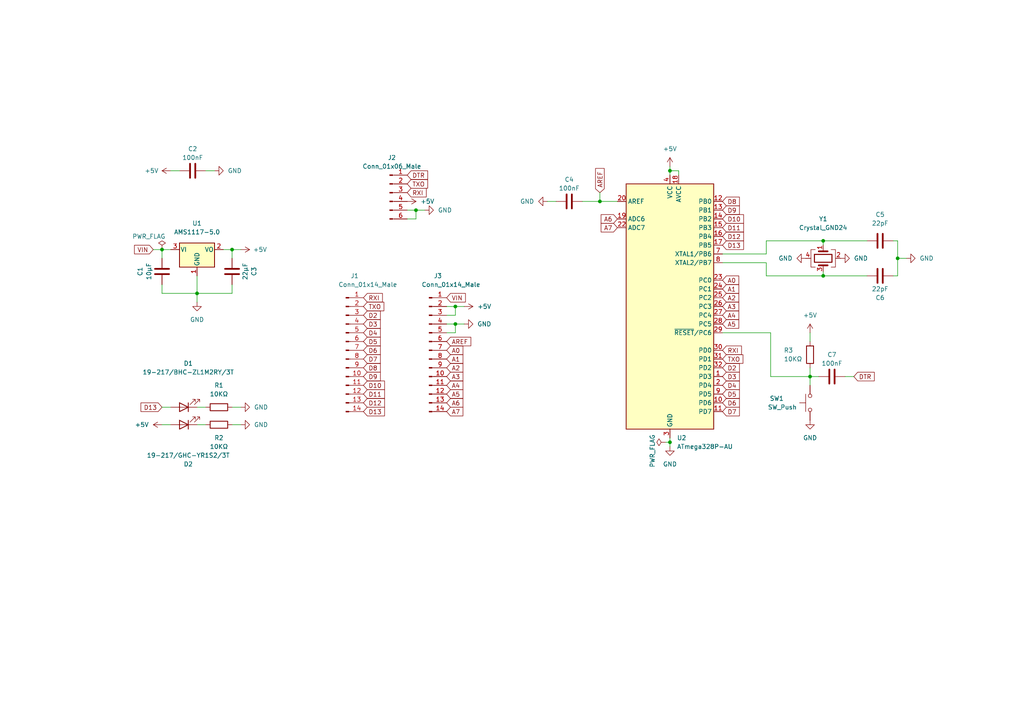
<source format=kicad_sch>
(kicad_sch (version 20211123) (generator eeschema)

  (uuid 2f30d147-deb4-4b2b-a2b4-50c4d1772a5d)

  (paper "A4")

  (lib_symbols
    (symbol "Connector:Conn_01x06_Male" (pin_names (offset 1.016) hide) (in_bom yes) (on_board yes)
      (property "Reference" "J" (id 0) (at 0 7.62 0)
        (effects (font (size 1.27 1.27)))
      )
      (property "Value" "Conn_01x06_Male" (id 1) (at 0 -10.16 0)
        (effects (font (size 1.27 1.27)))
      )
      (property "Footprint" "" (id 2) (at 0 0 0)
        (effects (font (size 1.27 1.27)) hide)
      )
      (property "Datasheet" "~" (id 3) (at 0 0 0)
        (effects (font (size 1.27 1.27)) hide)
      )
      (property "ki_keywords" "connector" (id 4) (at 0 0 0)
        (effects (font (size 1.27 1.27)) hide)
      )
      (property "ki_description" "Generic connector, single row, 01x06, script generated (kicad-library-utils/schlib/autogen/connector/)" (id 5) (at 0 0 0)
        (effects (font (size 1.27 1.27)) hide)
      )
      (property "ki_fp_filters" "Connector*:*_1x??_*" (id 6) (at 0 0 0)
        (effects (font (size 1.27 1.27)) hide)
      )
      (symbol "Conn_01x06_Male_1_1"
        (polyline
          (pts
            (xy 1.27 -7.62)
            (xy 0.8636 -7.62)
          )
          (stroke (width 0.1524) (type default) (color 0 0 0 0))
          (fill (type none))
        )
        (polyline
          (pts
            (xy 1.27 -5.08)
            (xy 0.8636 -5.08)
          )
          (stroke (width 0.1524) (type default) (color 0 0 0 0))
          (fill (type none))
        )
        (polyline
          (pts
            (xy 1.27 -2.54)
            (xy 0.8636 -2.54)
          )
          (stroke (width 0.1524) (type default) (color 0 0 0 0))
          (fill (type none))
        )
        (polyline
          (pts
            (xy 1.27 0)
            (xy 0.8636 0)
          )
          (stroke (width 0.1524) (type default) (color 0 0 0 0))
          (fill (type none))
        )
        (polyline
          (pts
            (xy 1.27 2.54)
            (xy 0.8636 2.54)
          )
          (stroke (width 0.1524) (type default) (color 0 0 0 0))
          (fill (type none))
        )
        (polyline
          (pts
            (xy 1.27 5.08)
            (xy 0.8636 5.08)
          )
          (stroke (width 0.1524) (type default) (color 0 0 0 0))
          (fill (type none))
        )
        (rectangle (start 0.8636 -7.493) (end 0 -7.747)
          (stroke (width 0.1524) (type default) (color 0 0 0 0))
          (fill (type outline))
        )
        (rectangle (start 0.8636 -4.953) (end 0 -5.207)
          (stroke (width 0.1524) (type default) (color 0 0 0 0))
          (fill (type outline))
        )
        (rectangle (start 0.8636 -2.413) (end 0 -2.667)
          (stroke (width 0.1524) (type default) (color 0 0 0 0))
          (fill (type outline))
        )
        (rectangle (start 0.8636 0.127) (end 0 -0.127)
          (stroke (width 0.1524) (type default) (color 0 0 0 0))
          (fill (type outline))
        )
        (rectangle (start 0.8636 2.667) (end 0 2.413)
          (stroke (width 0.1524) (type default) (color 0 0 0 0))
          (fill (type outline))
        )
        (rectangle (start 0.8636 5.207) (end 0 4.953)
          (stroke (width 0.1524) (type default) (color 0 0 0 0))
          (fill (type outline))
        )
        (pin passive line (at 5.08 5.08 180) (length 3.81)
          (name "Pin_1" (effects (font (size 1.27 1.27))))
          (number "1" (effects (font (size 1.27 1.27))))
        )
        (pin passive line (at 5.08 2.54 180) (length 3.81)
          (name "Pin_2" (effects (font (size 1.27 1.27))))
          (number "2" (effects (font (size 1.27 1.27))))
        )
        (pin passive line (at 5.08 0 180) (length 3.81)
          (name "Pin_3" (effects (font (size 1.27 1.27))))
          (number "3" (effects (font (size 1.27 1.27))))
        )
        (pin passive line (at 5.08 -2.54 180) (length 3.81)
          (name "Pin_4" (effects (font (size 1.27 1.27))))
          (number "4" (effects (font (size 1.27 1.27))))
        )
        (pin passive line (at 5.08 -5.08 180) (length 3.81)
          (name "Pin_5" (effects (font (size 1.27 1.27))))
          (number "5" (effects (font (size 1.27 1.27))))
        )
        (pin passive line (at 5.08 -7.62 180) (length 3.81)
          (name "Pin_6" (effects (font (size 1.27 1.27))))
          (number "6" (effects (font (size 1.27 1.27))))
        )
      )
    )
    (symbol "Connector:Conn_01x14_Male" (pin_names (offset 1.016) hide) (in_bom yes) (on_board yes)
      (property "Reference" "J" (id 0) (at 0 17.78 0)
        (effects (font (size 1.27 1.27)))
      )
      (property "Value" "Conn_01x14_Male" (id 1) (at 0 -20.32 0)
        (effects (font (size 1.27 1.27)))
      )
      (property "Footprint" "" (id 2) (at 0 0 0)
        (effects (font (size 1.27 1.27)) hide)
      )
      (property "Datasheet" "~" (id 3) (at 0 0 0)
        (effects (font (size 1.27 1.27)) hide)
      )
      (property "ki_keywords" "connector" (id 4) (at 0 0 0)
        (effects (font (size 1.27 1.27)) hide)
      )
      (property "ki_description" "Generic connector, single row, 01x14, script generated (kicad-library-utils/schlib/autogen/connector/)" (id 5) (at 0 0 0)
        (effects (font (size 1.27 1.27)) hide)
      )
      (property "ki_fp_filters" "Connector*:*_1x??_*" (id 6) (at 0 0 0)
        (effects (font (size 1.27 1.27)) hide)
      )
      (symbol "Conn_01x14_Male_1_1"
        (polyline
          (pts
            (xy 1.27 -17.78)
            (xy 0.8636 -17.78)
          )
          (stroke (width 0.1524) (type default) (color 0 0 0 0))
          (fill (type none))
        )
        (polyline
          (pts
            (xy 1.27 -15.24)
            (xy 0.8636 -15.24)
          )
          (stroke (width 0.1524) (type default) (color 0 0 0 0))
          (fill (type none))
        )
        (polyline
          (pts
            (xy 1.27 -12.7)
            (xy 0.8636 -12.7)
          )
          (stroke (width 0.1524) (type default) (color 0 0 0 0))
          (fill (type none))
        )
        (polyline
          (pts
            (xy 1.27 -10.16)
            (xy 0.8636 -10.16)
          )
          (stroke (width 0.1524) (type default) (color 0 0 0 0))
          (fill (type none))
        )
        (polyline
          (pts
            (xy 1.27 -7.62)
            (xy 0.8636 -7.62)
          )
          (stroke (width 0.1524) (type default) (color 0 0 0 0))
          (fill (type none))
        )
        (polyline
          (pts
            (xy 1.27 -5.08)
            (xy 0.8636 -5.08)
          )
          (stroke (width 0.1524) (type default) (color 0 0 0 0))
          (fill (type none))
        )
        (polyline
          (pts
            (xy 1.27 -2.54)
            (xy 0.8636 -2.54)
          )
          (stroke (width 0.1524) (type default) (color 0 0 0 0))
          (fill (type none))
        )
        (polyline
          (pts
            (xy 1.27 0)
            (xy 0.8636 0)
          )
          (stroke (width 0.1524) (type default) (color 0 0 0 0))
          (fill (type none))
        )
        (polyline
          (pts
            (xy 1.27 2.54)
            (xy 0.8636 2.54)
          )
          (stroke (width 0.1524) (type default) (color 0 0 0 0))
          (fill (type none))
        )
        (polyline
          (pts
            (xy 1.27 5.08)
            (xy 0.8636 5.08)
          )
          (stroke (width 0.1524) (type default) (color 0 0 0 0))
          (fill (type none))
        )
        (polyline
          (pts
            (xy 1.27 7.62)
            (xy 0.8636 7.62)
          )
          (stroke (width 0.1524) (type default) (color 0 0 0 0))
          (fill (type none))
        )
        (polyline
          (pts
            (xy 1.27 10.16)
            (xy 0.8636 10.16)
          )
          (stroke (width 0.1524) (type default) (color 0 0 0 0))
          (fill (type none))
        )
        (polyline
          (pts
            (xy 1.27 12.7)
            (xy 0.8636 12.7)
          )
          (stroke (width 0.1524) (type default) (color 0 0 0 0))
          (fill (type none))
        )
        (polyline
          (pts
            (xy 1.27 15.24)
            (xy 0.8636 15.24)
          )
          (stroke (width 0.1524) (type default) (color 0 0 0 0))
          (fill (type none))
        )
        (rectangle (start 0.8636 -17.653) (end 0 -17.907)
          (stroke (width 0.1524) (type default) (color 0 0 0 0))
          (fill (type outline))
        )
        (rectangle (start 0.8636 -15.113) (end 0 -15.367)
          (stroke (width 0.1524) (type default) (color 0 0 0 0))
          (fill (type outline))
        )
        (rectangle (start 0.8636 -12.573) (end 0 -12.827)
          (stroke (width 0.1524) (type default) (color 0 0 0 0))
          (fill (type outline))
        )
        (rectangle (start 0.8636 -10.033) (end 0 -10.287)
          (stroke (width 0.1524) (type default) (color 0 0 0 0))
          (fill (type outline))
        )
        (rectangle (start 0.8636 -7.493) (end 0 -7.747)
          (stroke (width 0.1524) (type default) (color 0 0 0 0))
          (fill (type outline))
        )
        (rectangle (start 0.8636 -4.953) (end 0 -5.207)
          (stroke (width 0.1524) (type default) (color 0 0 0 0))
          (fill (type outline))
        )
        (rectangle (start 0.8636 -2.413) (end 0 -2.667)
          (stroke (width 0.1524) (type default) (color 0 0 0 0))
          (fill (type outline))
        )
        (rectangle (start 0.8636 0.127) (end 0 -0.127)
          (stroke (width 0.1524) (type default) (color 0 0 0 0))
          (fill (type outline))
        )
        (rectangle (start 0.8636 2.667) (end 0 2.413)
          (stroke (width 0.1524) (type default) (color 0 0 0 0))
          (fill (type outline))
        )
        (rectangle (start 0.8636 5.207) (end 0 4.953)
          (stroke (width 0.1524) (type default) (color 0 0 0 0))
          (fill (type outline))
        )
        (rectangle (start 0.8636 7.747) (end 0 7.493)
          (stroke (width 0.1524) (type default) (color 0 0 0 0))
          (fill (type outline))
        )
        (rectangle (start 0.8636 10.287) (end 0 10.033)
          (stroke (width 0.1524) (type default) (color 0 0 0 0))
          (fill (type outline))
        )
        (rectangle (start 0.8636 12.827) (end 0 12.573)
          (stroke (width 0.1524) (type default) (color 0 0 0 0))
          (fill (type outline))
        )
        (rectangle (start 0.8636 15.367) (end 0 15.113)
          (stroke (width 0.1524) (type default) (color 0 0 0 0))
          (fill (type outline))
        )
        (pin passive line (at 5.08 15.24 180) (length 3.81)
          (name "Pin_1" (effects (font (size 1.27 1.27))))
          (number "1" (effects (font (size 1.27 1.27))))
        )
        (pin passive line (at 5.08 -7.62 180) (length 3.81)
          (name "Pin_10" (effects (font (size 1.27 1.27))))
          (number "10" (effects (font (size 1.27 1.27))))
        )
        (pin passive line (at 5.08 -10.16 180) (length 3.81)
          (name "Pin_11" (effects (font (size 1.27 1.27))))
          (number "11" (effects (font (size 1.27 1.27))))
        )
        (pin passive line (at 5.08 -12.7 180) (length 3.81)
          (name "Pin_12" (effects (font (size 1.27 1.27))))
          (number "12" (effects (font (size 1.27 1.27))))
        )
        (pin passive line (at 5.08 -15.24 180) (length 3.81)
          (name "Pin_13" (effects (font (size 1.27 1.27))))
          (number "13" (effects (font (size 1.27 1.27))))
        )
        (pin passive line (at 5.08 -17.78 180) (length 3.81)
          (name "Pin_14" (effects (font (size 1.27 1.27))))
          (number "14" (effects (font (size 1.27 1.27))))
        )
        (pin passive line (at 5.08 12.7 180) (length 3.81)
          (name "Pin_2" (effects (font (size 1.27 1.27))))
          (number "2" (effects (font (size 1.27 1.27))))
        )
        (pin passive line (at 5.08 10.16 180) (length 3.81)
          (name "Pin_3" (effects (font (size 1.27 1.27))))
          (number "3" (effects (font (size 1.27 1.27))))
        )
        (pin passive line (at 5.08 7.62 180) (length 3.81)
          (name "Pin_4" (effects (font (size 1.27 1.27))))
          (number "4" (effects (font (size 1.27 1.27))))
        )
        (pin passive line (at 5.08 5.08 180) (length 3.81)
          (name "Pin_5" (effects (font (size 1.27 1.27))))
          (number "5" (effects (font (size 1.27 1.27))))
        )
        (pin passive line (at 5.08 2.54 180) (length 3.81)
          (name "Pin_6" (effects (font (size 1.27 1.27))))
          (number "6" (effects (font (size 1.27 1.27))))
        )
        (pin passive line (at 5.08 0 180) (length 3.81)
          (name "Pin_7" (effects (font (size 1.27 1.27))))
          (number "7" (effects (font (size 1.27 1.27))))
        )
        (pin passive line (at 5.08 -2.54 180) (length 3.81)
          (name "Pin_8" (effects (font (size 1.27 1.27))))
          (number "8" (effects (font (size 1.27 1.27))))
        )
        (pin passive line (at 5.08 -5.08 180) (length 3.81)
          (name "Pin_9" (effects (font (size 1.27 1.27))))
          (number "9" (effects (font (size 1.27 1.27))))
        )
      )
    )
    (symbol "Device:C" (pin_numbers hide) (pin_names (offset 0.254)) (in_bom yes) (on_board yes)
      (property "Reference" "C" (id 0) (at 0.635 2.54 0)
        (effects (font (size 1.27 1.27)) (justify left))
      )
      (property "Value" "C" (id 1) (at 0.635 -2.54 0)
        (effects (font (size 1.27 1.27)) (justify left))
      )
      (property "Footprint" "" (id 2) (at 0.9652 -3.81 0)
        (effects (font (size 1.27 1.27)) hide)
      )
      (property "Datasheet" "~" (id 3) (at 0 0 0)
        (effects (font (size 1.27 1.27)) hide)
      )
      (property "ki_keywords" "cap capacitor" (id 4) (at 0 0 0)
        (effects (font (size 1.27 1.27)) hide)
      )
      (property "ki_description" "Unpolarized capacitor" (id 5) (at 0 0 0)
        (effects (font (size 1.27 1.27)) hide)
      )
      (property "ki_fp_filters" "C_*" (id 6) (at 0 0 0)
        (effects (font (size 1.27 1.27)) hide)
      )
      (symbol "C_0_1"
        (polyline
          (pts
            (xy -2.032 -0.762)
            (xy 2.032 -0.762)
          )
          (stroke (width 0.508) (type default) (color 0 0 0 0))
          (fill (type none))
        )
        (polyline
          (pts
            (xy -2.032 0.762)
            (xy 2.032 0.762)
          )
          (stroke (width 0.508) (type default) (color 0 0 0 0))
          (fill (type none))
        )
      )
      (symbol "C_1_1"
        (pin passive line (at 0 3.81 270) (length 2.794)
          (name "~" (effects (font (size 1.27 1.27))))
          (number "1" (effects (font (size 1.27 1.27))))
        )
        (pin passive line (at 0 -3.81 90) (length 2.794)
          (name "~" (effects (font (size 1.27 1.27))))
          (number "2" (effects (font (size 1.27 1.27))))
        )
      )
    )
    (symbol "Device:Crystal_GND24" (pin_names (offset 1.016) hide) (in_bom yes) (on_board yes)
      (property "Reference" "Y" (id 0) (at 3.175 5.08 0)
        (effects (font (size 1.27 1.27)) (justify left))
      )
      (property "Value" "Crystal_GND24" (id 1) (at 3.175 3.175 0)
        (effects (font (size 1.27 1.27)) (justify left))
      )
      (property "Footprint" "" (id 2) (at 0 0 0)
        (effects (font (size 1.27 1.27)) hide)
      )
      (property "Datasheet" "~" (id 3) (at 0 0 0)
        (effects (font (size 1.27 1.27)) hide)
      )
      (property "ki_keywords" "quartz ceramic resonator oscillator" (id 4) (at 0 0 0)
        (effects (font (size 1.27 1.27)) hide)
      )
      (property "ki_description" "Four pin crystal, GND on pins 2 and 4" (id 5) (at 0 0 0)
        (effects (font (size 1.27 1.27)) hide)
      )
      (property "ki_fp_filters" "Crystal*" (id 6) (at 0 0 0)
        (effects (font (size 1.27 1.27)) hide)
      )
      (symbol "Crystal_GND24_0_1"
        (rectangle (start -1.143 2.54) (end 1.143 -2.54)
          (stroke (width 0.3048) (type default) (color 0 0 0 0))
          (fill (type none))
        )
        (polyline
          (pts
            (xy -2.54 0)
            (xy -2.032 0)
          )
          (stroke (width 0) (type default) (color 0 0 0 0))
          (fill (type none))
        )
        (polyline
          (pts
            (xy -2.032 -1.27)
            (xy -2.032 1.27)
          )
          (stroke (width 0.508) (type default) (color 0 0 0 0))
          (fill (type none))
        )
        (polyline
          (pts
            (xy 0 -3.81)
            (xy 0 -3.556)
          )
          (stroke (width 0) (type default) (color 0 0 0 0))
          (fill (type none))
        )
        (polyline
          (pts
            (xy 0 3.556)
            (xy 0 3.81)
          )
          (stroke (width 0) (type default) (color 0 0 0 0))
          (fill (type none))
        )
        (polyline
          (pts
            (xy 2.032 -1.27)
            (xy 2.032 1.27)
          )
          (stroke (width 0.508) (type default) (color 0 0 0 0))
          (fill (type none))
        )
        (polyline
          (pts
            (xy 2.032 0)
            (xy 2.54 0)
          )
          (stroke (width 0) (type default) (color 0 0 0 0))
          (fill (type none))
        )
        (polyline
          (pts
            (xy -2.54 -2.286)
            (xy -2.54 -3.556)
            (xy 2.54 -3.556)
            (xy 2.54 -2.286)
          )
          (stroke (width 0) (type default) (color 0 0 0 0))
          (fill (type none))
        )
        (polyline
          (pts
            (xy -2.54 2.286)
            (xy -2.54 3.556)
            (xy 2.54 3.556)
            (xy 2.54 2.286)
          )
          (stroke (width 0) (type default) (color 0 0 0 0))
          (fill (type none))
        )
      )
      (symbol "Crystal_GND24_1_1"
        (pin passive line (at -3.81 0 0) (length 1.27)
          (name "1" (effects (font (size 1.27 1.27))))
          (number "1" (effects (font (size 1.27 1.27))))
        )
        (pin passive line (at 0 5.08 270) (length 1.27)
          (name "2" (effects (font (size 1.27 1.27))))
          (number "2" (effects (font (size 1.27 1.27))))
        )
        (pin passive line (at 3.81 0 180) (length 1.27)
          (name "3" (effects (font (size 1.27 1.27))))
          (number "3" (effects (font (size 1.27 1.27))))
        )
        (pin passive line (at 0 -5.08 90) (length 1.27)
          (name "4" (effects (font (size 1.27 1.27))))
          (number "4" (effects (font (size 1.27 1.27))))
        )
      )
    )
    (symbol "Device:LED" (pin_numbers hide) (pin_names (offset 1.016) hide) (in_bom yes) (on_board yes)
      (property "Reference" "D" (id 0) (at 0 2.54 0)
        (effects (font (size 1.27 1.27)))
      )
      (property "Value" "LED" (id 1) (at 0 -2.54 0)
        (effects (font (size 1.27 1.27)))
      )
      (property "Footprint" "" (id 2) (at 0 0 0)
        (effects (font (size 1.27 1.27)) hide)
      )
      (property "Datasheet" "~" (id 3) (at 0 0 0)
        (effects (font (size 1.27 1.27)) hide)
      )
      (property "ki_keywords" "LED diode" (id 4) (at 0 0 0)
        (effects (font (size 1.27 1.27)) hide)
      )
      (property "ki_description" "Light emitting diode" (id 5) (at 0 0 0)
        (effects (font (size 1.27 1.27)) hide)
      )
      (property "ki_fp_filters" "LED* LED_SMD:* LED_THT:*" (id 6) (at 0 0 0)
        (effects (font (size 1.27 1.27)) hide)
      )
      (symbol "LED_0_1"
        (polyline
          (pts
            (xy -1.27 -1.27)
            (xy -1.27 1.27)
          )
          (stroke (width 0.254) (type default) (color 0 0 0 0))
          (fill (type none))
        )
        (polyline
          (pts
            (xy -1.27 0)
            (xy 1.27 0)
          )
          (stroke (width 0) (type default) (color 0 0 0 0))
          (fill (type none))
        )
        (polyline
          (pts
            (xy 1.27 -1.27)
            (xy 1.27 1.27)
            (xy -1.27 0)
            (xy 1.27 -1.27)
          )
          (stroke (width 0.254) (type default) (color 0 0 0 0))
          (fill (type none))
        )
        (polyline
          (pts
            (xy -3.048 -0.762)
            (xy -4.572 -2.286)
            (xy -3.81 -2.286)
            (xy -4.572 -2.286)
            (xy -4.572 -1.524)
          )
          (stroke (width 0) (type default) (color 0 0 0 0))
          (fill (type none))
        )
        (polyline
          (pts
            (xy -1.778 -0.762)
            (xy -3.302 -2.286)
            (xy -2.54 -2.286)
            (xy -3.302 -2.286)
            (xy -3.302 -1.524)
          )
          (stroke (width 0) (type default) (color 0 0 0 0))
          (fill (type none))
        )
      )
      (symbol "LED_1_1"
        (pin passive line (at -3.81 0 0) (length 2.54)
          (name "K" (effects (font (size 1.27 1.27))))
          (number "1" (effects (font (size 1.27 1.27))))
        )
        (pin passive line (at 3.81 0 180) (length 2.54)
          (name "A" (effects (font (size 1.27 1.27))))
          (number "2" (effects (font (size 1.27 1.27))))
        )
      )
    )
    (symbol "Device:R" (pin_numbers hide) (pin_names (offset 0)) (in_bom yes) (on_board yes)
      (property "Reference" "R" (id 0) (at 2.032 0 90)
        (effects (font (size 1.27 1.27)))
      )
      (property "Value" "R" (id 1) (at 0 0 90)
        (effects (font (size 1.27 1.27)))
      )
      (property "Footprint" "" (id 2) (at -1.778 0 90)
        (effects (font (size 1.27 1.27)) hide)
      )
      (property "Datasheet" "~" (id 3) (at 0 0 0)
        (effects (font (size 1.27 1.27)) hide)
      )
      (property "ki_keywords" "R res resistor" (id 4) (at 0 0 0)
        (effects (font (size 1.27 1.27)) hide)
      )
      (property "ki_description" "Resistor" (id 5) (at 0 0 0)
        (effects (font (size 1.27 1.27)) hide)
      )
      (property "ki_fp_filters" "R_*" (id 6) (at 0 0 0)
        (effects (font (size 1.27 1.27)) hide)
      )
      (symbol "R_0_1"
        (rectangle (start -1.016 -2.54) (end 1.016 2.54)
          (stroke (width 0.254) (type default) (color 0 0 0 0))
          (fill (type none))
        )
      )
      (symbol "R_1_1"
        (pin passive line (at 0 3.81 270) (length 1.27)
          (name "~" (effects (font (size 1.27 1.27))))
          (number "1" (effects (font (size 1.27 1.27))))
        )
        (pin passive line (at 0 -3.81 90) (length 1.27)
          (name "~" (effects (font (size 1.27 1.27))))
          (number "2" (effects (font (size 1.27 1.27))))
        )
      )
    )
    (symbol "MCU_Microchip_ATmega:ATmega328P-A" (in_bom yes) (on_board yes)
      (property "Reference" "U" (id 0) (at -12.7 36.83 0)
        (effects (font (size 1.27 1.27)) (justify left bottom))
      )
      (property "Value" "ATmega328P-A" (id 1) (at 2.54 -36.83 0)
        (effects (font (size 1.27 1.27)) (justify left top))
      )
      (property "Footprint" "Package_QFP:TQFP-32_7x7mm_P0.8mm" (id 2) (at 0 0 0)
        (effects (font (size 1.27 1.27) italic) hide)
      )
      (property "Datasheet" "http://ww1.microchip.com/downloads/en/DeviceDoc/ATmega328_P%20AVR%20MCU%20with%20picoPower%20Technology%20Data%20Sheet%2040001984A.pdf" (id 3) (at 0 0 0)
        (effects (font (size 1.27 1.27)) hide)
      )
      (property "ki_keywords" "AVR 8bit Microcontroller MegaAVR PicoPower" (id 4) (at 0 0 0)
        (effects (font (size 1.27 1.27)) hide)
      )
      (property "ki_description" "20MHz, 32kB Flash, 2kB SRAM, 1kB EEPROM, TQFP-32" (id 5) (at 0 0 0)
        (effects (font (size 1.27 1.27)) hide)
      )
      (property "ki_fp_filters" "TQFP*7x7mm*P0.8mm*" (id 6) (at 0 0 0)
        (effects (font (size 1.27 1.27)) hide)
      )
      (symbol "ATmega328P-A_0_1"
        (rectangle (start -12.7 -35.56) (end 12.7 35.56)
          (stroke (width 0.254) (type default) (color 0 0 0 0))
          (fill (type background))
        )
      )
      (symbol "ATmega328P-A_1_1"
        (pin bidirectional line (at 15.24 -20.32 180) (length 2.54)
          (name "PD3" (effects (font (size 1.27 1.27))))
          (number "1" (effects (font (size 1.27 1.27))))
        )
        (pin bidirectional line (at 15.24 -27.94 180) (length 2.54)
          (name "PD6" (effects (font (size 1.27 1.27))))
          (number "10" (effects (font (size 1.27 1.27))))
        )
        (pin bidirectional line (at 15.24 -30.48 180) (length 2.54)
          (name "PD7" (effects (font (size 1.27 1.27))))
          (number "11" (effects (font (size 1.27 1.27))))
        )
        (pin bidirectional line (at 15.24 30.48 180) (length 2.54)
          (name "PB0" (effects (font (size 1.27 1.27))))
          (number "12" (effects (font (size 1.27 1.27))))
        )
        (pin bidirectional line (at 15.24 27.94 180) (length 2.54)
          (name "PB1" (effects (font (size 1.27 1.27))))
          (number "13" (effects (font (size 1.27 1.27))))
        )
        (pin bidirectional line (at 15.24 25.4 180) (length 2.54)
          (name "PB2" (effects (font (size 1.27 1.27))))
          (number "14" (effects (font (size 1.27 1.27))))
        )
        (pin bidirectional line (at 15.24 22.86 180) (length 2.54)
          (name "PB3" (effects (font (size 1.27 1.27))))
          (number "15" (effects (font (size 1.27 1.27))))
        )
        (pin bidirectional line (at 15.24 20.32 180) (length 2.54)
          (name "PB4" (effects (font (size 1.27 1.27))))
          (number "16" (effects (font (size 1.27 1.27))))
        )
        (pin bidirectional line (at 15.24 17.78 180) (length 2.54)
          (name "PB5" (effects (font (size 1.27 1.27))))
          (number "17" (effects (font (size 1.27 1.27))))
        )
        (pin power_in line (at 2.54 38.1 270) (length 2.54)
          (name "AVCC" (effects (font (size 1.27 1.27))))
          (number "18" (effects (font (size 1.27 1.27))))
        )
        (pin input line (at -15.24 25.4 0) (length 2.54)
          (name "ADC6" (effects (font (size 1.27 1.27))))
          (number "19" (effects (font (size 1.27 1.27))))
        )
        (pin bidirectional line (at 15.24 -22.86 180) (length 2.54)
          (name "PD4" (effects (font (size 1.27 1.27))))
          (number "2" (effects (font (size 1.27 1.27))))
        )
        (pin passive line (at -15.24 30.48 0) (length 2.54)
          (name "AREF" (effects (font (size 1.27 1.27))))
          (number "20" (effects (font (size 1.27 1.27))))
        )
        (pin passive line (at 0 -38.1 90) (length 2.54) hide
          (name "GND" (effects (font (size 1.27 1.27))))
          (number "21" (effects (font (size 1.27 1.27))))
        )
        (pin input line (at -15.24 22.86 0) (length 2.54)
          (name "ADC7" (effects (font (size 1.27 1.27))))
          (number "22" (effects (font (size 1.27 1.27))))
        )
        (pin bidirectional line (at 15.24 7.62 180) (length 2.54)
          (name "PC0" (effects (font (size 1.27 1.27))))
          (number "23" (effects (font (size 1.27 1.27))))
        )
        (pin bidirectional line (at 15.24 5.08 180) (length 2.54)
          (name "PC1" (effects (font (size 1.27 1.27))))
          (number "24" (effects (font (size 1.27 1.27))))
        )
        (pin bidirectional line (at 15.24 2.54 180) (length 2.54)
          (name "PC2" (effects (font (size 1.27 1.27))))
          (number "25" (effects (font (size 1.27 1.27))))
        )
        (pin bidirectional line (at 15.24 0 180) (length 2.54)
          (name "PC3" (effects (font (size 1.27 1.27))))
          (number "26" (effects (font (size 1.27 1.27))))
        )
        (pin bidirectional line (at 15.24 -2.54 180) (length 2.54)
          (name "PC4" (effects (font (size 1.27 1.27))))
          (number "27" (effects (font (size 1.27 1.27))))
        )
        (pin bidirectional line (at 15.24 -5.08 180) (length 2.54)
          (name "PC5" (effects (font (size 1.27 1.27))))
          (number "28" (effects (font (size 1.27 1.27))))
        )
        (pin bidirectional line (at 15.24 -7.62 180) (length 2.54)
          (name "~{RESET}/PC6" (effects (font (size 1.27 1.27))))
          (number "29" (effects (font (size 1.27 1.27))))
        )
        (pin power_in line (at 0 -38.1 90) (length 2.54)
          (name "GND" (effects (font (size 1.27 1.27))))
          (number "3" (effects (font (size 1.27 1.27))))
        )
        (pin bidirectional line (at 15.24 -12.7 180) (length 2.54)
          (name "PD0" (effects (font (size 1.27 1.27))))
          (number "30" (effects (font (size 1.27 1.27))))
        )
        (pin bidirectional line (at 15.24 -15.24 180) (length 2.54)
          (name "PD1" (effects (font (size 1.27 1.27))))
          (number "31" (effects (font (size 1.27 1.27))))
        )
        (pin bidirectional line (at 15.24 -17.78 180) (length 2.54)
          (name "PD2" (effects (font (size 1.27 1.27))))
          (number "32" (effects (font (size 1.27 1.27))))
        )
        (pin power_in line (at 0 38.1 270) (length 2.54)
          (name "VCC" (effects (font (size 1.27 1.27))))
          (number "4" (effects (font (size 1.27 1.27))))
        )
        (pin passive line (at 0 -38.1 90) (length 2.54) hide
          (name "GND" (effects (font (size 1.27 1.27))))
          (number "5" (effects (font (size 1.27 1.27))))
        )
        (pin passive line (at 0 38.1 270) (length 2.54) hide
          (name "VCC" (effects (font (size 1.27 1.27))))
          (number "6" (effects (font (size 1.27 1.27))))
        )
        (pin bidirectional line (at 15.24 15.24 180) (length 2.54)
          (name "XTAL1/PB6" (effects (font (size 1.27 1.27))))
          (number "7" (effects (font (size 1.27 1.27))))
        )
        (pin bidirectional line (at 15.24 12.7 180) (length 2.54)
          (name "XTAL2/PB7" (effects (font (size 1.27 1.27))))
          (number "8" (effects (font (size 1.27 1.27))))
        )
        (pin bidirectional line (at 15.24 -25.4 180) (length 2.54)
          (name "PD5" (effects (font (size 1.27 1.27))))
          (number "9" (effects (font (size 1.27 1.27))))
        )
      )
    )
    (symbol "Regulator_Linear:AMS1117-5.0" (pin_names (offset 0.254)) (in_bom yes) (on_board yes)
      (property "Reference" "U" (id 0) (at -3.81 3.175 0)
        (effects (font (size 1.27 1.27)))
      )
      (property "Value" "AMS1117-5.0" (id 1) (at 0 3.175 0)
        (effects (font (size 1.27 1.27)) (justify left))
      )
      (property "Footprint" "Package_TO_SOT_SMD:SOT-223-3_TabPin2" (id 2) (at 0 5.08 0)
        (effects (font (size 1.27 1.27)) hide)
      )
      (property "Datasheet" "http://www.advanced-monolithic.com/pdf/ds1117.pdf" (id 3) (at 2.54 -6.35 0)
        (effects (font (size 1.27 1.27)) hide)
      )
      (property "ki_keywords" "linear regulator ldo fixed positive" (id 4) (at 0 0 0)
        (effects (font (size 1.27 1.27)) hide)
      )
      (property "ki_description" "1A Low Dropout regulator, positive, 5.0V fixed output, SOT-223" (id 5) (at 0 0 0)
        (effects (font (size 1.27 1.27)) hide)
      )
      (property "ki_fp_filters" "SOT?223*TabPin2*" (id 6) (at 0 0 0)
        (effects (font (size 1.27 1.27)) hide)
      )
      (symbol "AMS1117-5.0_0_1"
        (rectangle (start -5.08 -5.08) (end 5.08 1.905)
          (stroke (width 0.254) (type default) (color 0 0 0 0))
          (fill (type background))
        )
      )
      (symbol "AMS1117-5.0_1_1"
        (pin power_in line (at 0 -7.62 90) (length 2.54)
          (name "GND" (effects (font (size 1.27 1.27))))
          (number "1" (effects (font (size 1.27 1.27))))
        )
        (pin power_out line (at 7.62 0 180) (length 2.54)
          (name "VO" (effects (font (size 1.27 1.27))))
          (number "2" (effects (font (size 1.27 1.27))))
        )
        (pin power_in line (at -7.62 0 0) (length 2.54)
          (name "VI" (effects (font (size 1.27 1.27))))
          (number "3" (effects (font (size 1.27 1.27))))
        )
      )
    )
    (symbol "Switch:SW_Push" (pin_numbers hide) (pin_names (offset 1.016) hide) (in_bom yes) (on_board yes)
      (property "Reference" "SW" (id 0) (at 1.27 2.54 0)
        (effects (font (size 1.27 1.27)) (justify left))
      )
      (property "Value" "SW_Push" (id 1) (at 0 -1.524 0)
        (effects (font (size 1.27 1.27)))
      )
      (property "Footprint" "" (id 2) (at 0 5.08 0)
        (effects (font (size 1.27 1.27)) hide)
      )
      (property "Datasheet" "~" (id 3) (at 0 5.08 0)
        (effects (font (size 1.27 1.27)) hide)
      )
      (property "ki_keywords" "switch normally-open pushbutton push-button" (id 4) (at 0 0 0)
        (effects (font (size 1.27 1.27)) hide)
      )
      (property "ki_description" "Push button switch, generic, two pins" (id 5) (at 0 0 0)
        (effects (font (size 1.27 1.27)) hide)
      )
      (symbol "SW_Push_0_1"
        (circle (center -2.032 0) (radius 0.508)
          (stroke (width 0) (type default) (color 0 0 0 0))
          (fill (type none))
        )
        (polyline
          (pts
            (xy 0 1.27)
            (xy 0 3.048)
          )
          (stroke (width 0) (type default) (color 0 0 0 0))
          (fill (type none))
        )
        (polyline
          (pts
            (xy 2.54 1.27)
            (xy -2.54 1.27)
          )
          (stroke (width 0) (type default) (color 0 0 0 0))
          (fill (type none))
        )
        (circle (center 2.032 0) (radius 0.508)
          (stroke (width 0) (type default) (color 0 0 0 0))
          (fill (type none))
        )
        (pin passive line (at -5.08 0 0) (length 2.54)
          (name "1" (effects (font (size 1.27 1.27))))
          (number "1" (effects (font (size 1.27 1.27))))
        )
        (pin passive line (at 5.08 0 180) (length 2.54)
          (name "2" (effects (font (size 1.27 1.27))))
          (number "2" (effects (font (size 1.27 1.27))))
        )
      )
    )
    (symbol "power:+5V" (power) (pin_names (offset 0)) (in_bom yes) (on_board yes)
      (property "Reference" "#PWR" (id 0) (at 0 -3.81 0)
        (effects (font (size 1.27 1.27)) hide)
      )
      (property "Value" "+5V" (id 1) (at 0 3.556 0)
        (effects (font (size 1.27 1.27)))
      )
      (property "Footprint" "" (id 2) (at 0 0 0)
        (effects (font (size 1.27 1.27)) hide)
      )
      (property "Datasheet" "" (id 3) (at 0 0 0)
        (effects (font (size 1.27 1.27)) hide)
      )
      (property "ki_keywords" "power-flag" (id 4) (at 0 0 0)
        (effects (font (size 1.27 1.27)) hide)
      )
      (property "ki_description" "Power symbol creates a global label with name \"+5V\"" (id 5) (at 0 0 0)
        (effects (font (size 1.27 1.27)) hide)
      )
      (symbol "+5V_0_1"
        (polyline
          (pts
            (xy -0.762 1.27)
            (xy 0 2.54)
          )
          (stroke (width 0) (type default) (color 0 0 0 0))
          (fill (type none))
        )
        (polyline
          (pts
            (xy 0 0)
            (xy 0 2.54)
          )
          (stroke (width 0) (type default) (color 0 0 0 0))
          (fill (type none))
        )
        (polyline
          (pts
            (xy 0 2.54)
            (xy 0.762 1.27)
          )
          (stroke (width 0) (type default) (color 0 0 0 0))
          (fill (type none))
        )
      )
      (symbol "+5V_1_1"
        (pin power_in line (at 0 0 90) (length 0) hide
          (name "+5V" (effects (font (size 1.27 1.27))))
          (number "1" (effects (font (size 1.27 1.27))))
        )
      )
    )
    (symbol "power:GND" (power) (pin_names (offset 0)) (in_bom yes) (on_board yes)
      (property "Reference" "#PWR" (id 0) (at 0 -6.35 0)
        (effects (font (size 1.27 1.27)) hide)
      )
      (property "Value" "GND" (id 1) (at 0 -3.81 0)
        (effects (font (size 1.27 1.27)))
      )
      (property "Footprint" "" (id 2) (at 0 0 0)
        (effects (font (size 1.27 1.27)) hide)
      )
      (property "Datasheet" "" (id 3) (at 0 0 0)
        (effects (font (size 1.27 1.27)) hide)
      )
      (property "ki_keywords" "power-flag" (id 4) (at 0 0 0)
        (effects (font (size 1.27 1.27)) hide)
      )
      (property "ki_description" "Power symbol creates a global label with name \"GND\" , ground" (id 5) (at 0 0 0)
        (effects (font (size 1.27 1.27)) hide)
      )
      (symbol "GND_0_1"
        (polyline
          (pts
            (xy 0 0)
            (xy 0 -1.27)
            (xy 1.27 -1.27)
            (xy 0 -2.54)
            (xy -1.27 -1.27)
            (xy 0 -1.27)
          )
          (stroke (width 0) (type default) (color 0 0 0 0))
          (fill (type none))
        )
      )
      (symbol "GND_1_1"
        (pin power_in line (at 0 0 270) (length 0) hide
          (name "GND" (effects (font (size 1.27 1.27))))
          (number "1" (effects (font (size 1.27 1.27))))
        )
      )
    )
    (symbol "power:PWR_FLAG" (power) (pin_numbers hide) (pin_names (offset 0) hide) (in_bom yes) (on_board yes)
      (property "Reference" "#FLG" (id 0) (at 0 1.905 0)
        (effects (font (size 1.27 1.27)) hide)
      )
      (property "Value" "PWR_FLAG" (id 1) (at 0 3.81 0)
        (effects (font (size 1.27 1.27)))
      )
      (property "Footprint" "" (id 2) (at 0 0 0)
        (effects (font (size 1.27 1.27)) hide)
      )
      (property "Datasheet" "~" (id 3) (at 0 0 0)
        (effects (font (size 1.27 1.27)) hide)
      )
      (property "ki_keywords" "power-flag" (id 4) (at 0 0 0)
        (effects (font (size 1.27 1.27)) hide)
      )
      (property "ki_description" "Special symbol for telling ERC where power comes from" (id 5) (at 0 0 0)
        (effects (font (size 1.27 1.27)) hide)
      )
      (symbol "PWR_FLAG_0_0"
        (pin power_out line (at 0 0 90) (length 0)
          (name "pwr" (effects (font (size 1.27 1.27))))
          (number "1" (effects (font (size 1.27 1.27))))
        )
      )
      (symbol "PWR_FLAG_0_1"
        (polyline
          (pts
            (xy 0 0)
            (xy 0 1.27)
            (xy -1.016 1.905)
            (xy 0 2.54)
            (xy 1.016 1.905)
            (xy 0 1.27)
          )
          (stroke (width 0) (type default) (color 0 0 0 0))
          (fill (type none))
        )
      )
    )
  )

  (junction (at 238.76 80.01) (diameter 0) (color 0 0 0 0)
    (uuid 3fba6840-7774-4b3c-b509-8a730581ff60)
  )
  (junction (at 120.65 60.96) (diameter 0) (color 0 0 0 0)
    (uuid 4deb1003-d910-47f0-8fae-68db8b968442)
  )
  (junction (at 260.35 74.93) (diameter 0) (color 0 0 0 0)
    (uuid 4dfc1093-b405-4fb2-aa3f-9c1dea076e3e)
  )
  (junction (at 132.08 93.98) (diameter 0) (color 0 0 0 0)
    (uuid 5eca2ed7-cdc2-41a1-9a4d-d6a5abc81e3b)
  )
  (junction (at 173.99 58.42) (diameter 0) (color 0 0 0 0)
    (uuid 6399ad66-109e-4548-beae-9289a4416f11)
  )
  (junction (at 132.08 88.9) (diameter 0) (color 0 0 0 0)
    (uuid 6b6ebe12-55ba-4258-8286-6f8d28024d5d)
  )
  (junction (at 194.31 128.27) (diameter 0) (color 0 0 0 0)
    (uuid 7ced2fe6-0edc-47e7-9980-7f35f59ede90)
  )
  (junction (at 194.31 49.53) (diameter 0) (color 0 0 0 0)
    (uuid 7e008004-420b-4a96-b3f5-f55115877058)
  )
  (junction (at 67.31 72.39) (diameter 0) (color 0 0 0 0)
    (uuid 8537900b-435e-4ed7-8836-35edffda2895)
  )
  (junction (at 57.15 85.09) (diameter 0) (color 0 0 0 0)
    (uuid 96328e34-45a7-40d9-88d7-862358169ad0)
  )
  (junction (at 46.99 72.39) (diameter 0) (color 0 0 0 0)
    (uuid ae78d95d-b9d9-4f35-bb69-a150626afe11)
  )
  (junction (at 238.76 69.85) (diameter 0) (color 0 0 0 0)
    (uuid c42c0eb5-9652-44c9-8237-c3a6d8e98c9d)
  )
  (junction (at 234.95 109.22) (diameter 0) (color 0 0 0 0)
    (uuid fad77dc2-e370-4bd0-b5d9-af9365eebc56)
  )

  (wire (pts (xy 46.99 82.55) (xy 46.99 85.09))
    (stroke (width 0) (type default) (color 0 0 0 0))
    (uuid 17583002-21a7-458b-93e0-a3ff97c730e2)
  )
  (wire (pts (xy 57.15 123.19) (xy 59.69 123.19))
    (stroke (width 0) (type default) (color 0 0 0 0))
    (uuid 28106fb8-df8e-477c-a24a-bb917a65a831)
  )
  (wire (pts (xy 67.31 72.39) (xy 69.85 72.39))
    (stroke (width 0) (type default) (color 0 0 0 0))
    (uuid 29a6a8b1-b94f-48ee-95af-1e0a851978ec)
  )
  (wire (pts (xy 158.75 58.42) (xy 161.29 58.42))
    (stroke (width 0) (type default) (color 0 0 0 0))
    (uuid 2ded9b10-ecaf-498a-bcec-5c181613b8da)
  )
  (wire (pts (xy 46.99 123.19) (xy 49.53 123.19))
    (stroke (width 0) (type default) (color 0 0 0 0))
    (uuid 31b12c5a-d3b1-4ff8-8308-5bfde1cd1f28)
  )
  (wire (pts (xy 196.85 49.53) (xy 196.85 50.8))
    (stroke (width 0) (type default) (color 0 0 0 0))
    (uuid 361ccc95-758f-4953-a2db-3c21798749ec)
  )
  (wire (pts (xy 173.99 58.42) (xy 179.07 58.42))
    (stroke (width 0) (type default) (color 0 0 0 0))
    (uuid 361f348c-4996-42cb-aa22-392aa021909c)
  )
  (wire (pts (xy 67.31 85.09) (xy 57.15 85.09))
    (stroke (width 0) (type default) (color 0 0 0 0))
    (uuid 37cf3782-1d81-40e6-ab15-43179200ded4)
  )
  (wire (pts (xy 168.91 58.42) (xy 173.99 58.42))
    (stroke (width 0) (type default) (color 0 0 0 0))
    (uuid 3c9d7d81-aa4f-4d04-86d2-66feef0d8634)
  )
  (wire (pts (xy 194.31 48.26) (xy 194.31 49.53))
    (stroke (width 0) (type default) (color 0 0 0 0))
    (uuid 4012446b-d679-4679-beb9-d733f145761a)
  )
  (wire (pts (xy 57.15 80.01) (xy 57.15 85.09))
    (stroke (width 0) (type default) (color 0 0 0 0))
    (uuid 4c0ac8f9-4001-4399-a198-ddc488cfcda5)
  )
  (wire (pts (xy 193.04 128.27) (xy 194.31 128.27))
    (stroke (width 0) (type default) (color 0 0 0 0))
    (uuid 50c42753-eefe-44bd-ba88-4a6f05e50eea)
  )
  (wire (pts (xy 222.25 80.01) (xy 238.76 80.01))
    (stroke (width 0) (type default) (color 0 0 0 0))
    (uuid 562f8870-20c0-4a01-afda-4e13daaf74a9)
  )
  (wire (pts (xy 223.52 96.52) (xy 223.52 109.22))
    (stroke (width 0) (type default) (color 0 0 0 0))
    (uuid 582f2b73-db7c-44dc-a1ce-8840549ea59b)
  )
  (wire (pts (xy 247.65 109.22) (xy 245.11 109.22))
    (stroke (width 0) (type default) (color 0 0 0 0))
    (uuid 5c00e7fe-1cf3-483b-9697-ab160d243446)
  )
  (wire (pts (xy 194.31 128.27) (xy 194.31 127))
    (stroke (width 0) (type default) (color 0 0 0 0))
    (uuid 5fb29e2a-b277-489f-b046-709b438d7f7c)
  )
  (wire (pts (xy 132.08 88.9) (xy 132.08 91.44))
    (stroke (width 0) (type default) (color 0 0 0 0))
    (uuid 683991b2-1592-4d81-9702-4b36f99c75c9)
  )
  (wire (pts (xy 223.52 109.22) (xy 234.95 109.22))
    (stroke (width 0) (type default) (color 0 0 0 0))
    (uuid 6901774b-8e34-4a6e-a302-1c1a8ad143a9)
  )
  (wire (pts (xy 194.31 49.53) (xy 196.85 49.53))
    (stroke (width 0) (type default) (color 0 0 0 0))
    (uuid 6af4abfe-1d8c-4cf2-ae9e-1314feb1adcc)
  )
  (wire (pts (xy 238.76 80.01) (xy 251.46 80.01))
    (stroke (width 0) (type default) (color 0 0 0 0))
    (uuid 6c89ac3e-22bf-4413-8165-c085ab147bf5)
  )
  (wire (pts (xy 129.54 96.52) (xy 132.08 96.52))
    (stroke (width 0) (type default) (color 0 0 0 0))
    (uuid 70082d38-f409-4953-8b00-fc655ea13cb3)
  )
  (wire (pts (xy 222.25 76.2) (xy 222.25 80.01))
    (stroke (width 0) (type default) (color 0 0 0 0))
    (uuid 71850cb8-640a-4d3d-87fc-469b9c633867)
  )
  (wire (pts (xy 57.15 118.11) (xy 59.69 118.11))
    (stroke (width 0) (type default) (color 0 0 0 0))
    (uuid 72683b1d-2410-41e0-8450-859a60a208dd)
  )
  (wire (pts (xy 129.54 88.9) (xy 132.08 88.9))
    (stroke (width 0) (type default) (color 0 0 0 0))
    (uuid 794444d2-bca0-4b6c-aabc-d1c44644b3a7)
  )
  (wire (pts (xy 234.95 96.52) (xy 234.95 99.06))
    (stroke (width 0) (type default) (color 0 0 0 0))
    (uuid 7b077244-6b15-4dfb-884b-7d9545913187)
  )
  (wire (pts (xy 234.95 109.22) (xy 234.95 111.76))
    (stroke (width 0) (type default) (color 0 0 0 0))
    (uuid 7f964e09-f09b-4336-af52-ee0406407f85)
  )
  (wire (pts (xy 67.31 72.39) (xy 67.31 74.93))
    (stroke (width 0) (type default) (color 0 0 0 0))
    (uuid 85112bc0-2d9f-45fe-a6d2-e13d4c2e8d4b)
  )
  (wire (pts (xy 44.45 72.39) (xy 46.99 72.39))
    (stroke (width 0) (type default) (color 0 0 0 0))
    (uuid 86fe12ca-f3f5-4daa-b622-b9fd578854b6)
  )
  (wire (pts (xy 173.99 55.88) (xy 173.99 58.42))
    (stroke (width 0) (type default) (color 0 0 0 0))
    (uuid 8715d3bc-1bb6-4e6f-957a-4b18e6e5a23a)
  )
  (wire (pts (xy 260.35 74.93) (xy 260.35 80.01))
    (stroke (width 0) (type default) (color 0 0 0 0))
    (uuid 8af691af-4ac7-4823-8d93-fdbbf0a2f4e6)
  )
  (wire (pts (xy 238.76 69.85) (xy 238.76 71.12))
    (stroke (width 0) (type default) (color 0 0 0 0))
    (uuid 8c0d16c2-ff12-41eb-91ba-c69f5b0b4fb6)
  )
  (wire (pts (xy 46.99 85.09) (xy 57.15 85.09))
    (stroke (width 0) (type default) (color 0 0 0 0))
    (uuid 8f769554-9f95-4838-a67c-0ec6d59e3887)
  )
  (wire (pts (xy 67.31 123.19) (xy 69.85 123.19))
    (stroke (width 0) (type default) (color 0 0 0 0))
    (uuid 908bafbd-07b2-488b-99f2-6496c8d4a2b7)
  )
  (wire (pts (xy 259.08 69.85) (xy 260.35 69.85))
    (stroke (width 0) (type default) (color 0 0 0 0))
    (uuid 97baec32-b7b2-4f3d-bfc4-67e445f9f04b)
  )
  (wire (pts (xy 222.25 69.85) (xy 238.76 69.85))
    (stroke (width 0) (type default) (color 0 0 0 0))
    (uuid 99a1a402-c31c-4878-9af7-0463c80d5945)
  )
  (wire (pts (xy 120.65 60.96) (xy 120.65 63.5))
    (stroke (width 0) (type default) (color 0 0 0 0))
    (uuid 99f6ea93-d7af-4483-8171-f73d9b270250)
  )
  (wire (pts (xy 209.55 76.2) (xy 222.25 76.2))
    (stroke (width 0) (type default) (color 0 0 0 0))
    (uuid 9a53b203-866c-41ce-9adb-927cd406f7bf)
  )
  (wire (pts (xy 234.95 109.22) (xy 237.49 109.22))
    (stroke (width 0) (type default) (color 0 0 0 0))
    (uuid 9e7f8676-b65a-47f4-8a60-37ece4b6d3d6)
  )
  (wire (pts (xy 123.19 60.96) (xy 120.65 60.96))
    (stroke (width 0) (type default) (color 0 0 0 0))
    (uuid a13b82f6-db26-4136-8d3a-71f8135d49ca)
  )
  (wire (pts (xy 57.15 85.09) (xy 57.15 87.63))
    (stroke (width 0) (type default) (color 0 0 0 0))
    (uuid a294da52-90dd-4084-abab-866531160caa)
  )
  (wire (pts (xy 194.31 49.53) (xy 194.31 50.8))
    (stroke (width 0) (type default) (color 0 0 0 0))
    (uuid a2ce19fa-c489-4e88-b0f6-094c0398fda5)
  )
  (wire (pts (xy 194.31 129.54) (xy 194.31 128.27))
    (stroke (width 0) (type default) (color 0 0 0 0))
    (uuid a43c6510-8aaf-4045-9130-380794c84ca8)
  )
  (wire (pts (xy 46.99 72.39) (xy 49.53 72.39))
    (stroke (width 0) (type default) (color 0 0 0 0))
    (uuid a5aa1b85-7923-448a-9fdb-63783ccb239f)
  )
  (wire (pts (xy 234.95 106.68) (xy 234.95 109.22))
    (stroke (width 0) (type default) (color 0 0 0 0))
    (uuid a82c2767-da90-4328-b614-f43d3249737b)
  )
  (wire (pts (xy 238.76 69.85) (xy 251.46 69.85))
    (stroke (width 0) (type default) (color 0 0 0 0))
    (uuid ab54cbd4-3255-4f6f-8a84-e9a8a03ebc23)
  )
  (wire (pts (xy 132.08 96.52) (xy 132.08 93.98))
    (stroke (width 0) (type default) (color 0 0 0 0))
    (uuid ac4267a4-676c-48d9-a4b4-8c160de41a6f)
  )
  (wire (pts (xy 46.99 118.11) (xy 49.53 118.11))
    (stroke (width 0) (type default) (color 0 0 0 0))
    (uuid ad921941-8a43-48ab-be27-5e38d1d5bec0)
  )
  (wire (pts (xy 260.35 74.93) (xy 260.35 69.85))
    (stroke (width 0) (type default) (color 0 0 0 0))
    (uuid ae16ab58-e53b-4476-ae02-73776030f14c)
  )
  (wire (pts (xy 129.54 91.44) (xy 132.08 91.44))
    (stroke (width 0) (type default) (color 0 0 0 0))
    (uuid b462291e-6031-415d-ba94-a3823f4c0a17)
  )
  (wire (pts (xy 120.65 63.5) (xy 118.11 63.5))
    (stroke (width 0) (type default) (color 0 0 0 0))
    (uuid bcb8dc03-bc06-493f-abd7-e6506e952958)
  )
  (wire (pts (xy 260.35 80.01) (xy 259.08 80.01))
    (stroke (width 0) (type default) (color 0 0 0 0))
    (uuid c2ffe60e-8a35-4167-a3f5-1775dc4b2b80)
  )
  (wire (pts (xy 132.08 88.9) (xy 134.62 88.9))
    (stroke (width 0) (type default) (color 0 0 0 0))
    (uuid c7942377-aab3-4cae-8248-8fa7d1648bab)
  )
  (wire (pts (xy 129.54 93.98) (xy 132.08 93.98))
    (stroke (width 0) (type default) (color 0 0 0 0))
    (uuid cdda1fb5-340a-4fd7-88ed-b648697d3360)
  )
  (wire (pts (xy 120.65 60.96) (xy 118.11 60.96))
    (stroke (width 0) (type default) (color 0 0 0 0))
    (uuid ce922fc9-0488-4fed-87a1-24f2474b1495)
  )
  (wire (pts (xy 46.99 72.39) (xy 46.99 74.93))
    (stroke (width 0) (type default) (color 0 0 0 0))
    (uuid d28f88e0-2f8d-4e23-98b9-91c71958b46b)
  )
  (wire (pts (xy 209.55 96.52) (xy 223.52 96.52))
    (stroke (width 0) (type default) (color 0 0 0 0))
    (uuid d549c3b6-afe2-454c-aa98-19d4232e55cd)
  )
  (wire (pts (xy 62.23 49.53) (xy 59.69 49.53))
    (stroke (width 0) (type default) (color 0 0 0 0))
    (uuid dba92d96-f27c-4007-a0d1-2216b66bbc7e)
  )
  (wire (pts (xy 67.31 82.55) (xy 67.31 85.09))
    (stroke (width 0) (type default) (color 0 0 0 0))
    (uuid de2d0a3c-9cba-4dba-830b-f3c930fa14ff)
  )
  (wire (pts (xy 49.53 49.53) (xy 52.07 49.53))
    (stroke (width 0) (type default) (color 0 0 0 0))
    (uuid e4c9e561-653c-4195-88fd-e718c72386c1)
  )
  (wire (pts (xy 67.31 118.11) (xy 69.85 118.11))
    (stroke (width 0) (type default) (color 0 0 0 0))
    (uuid e5f1645b-1b12-4a84-b1ef-f4f33cdff2f1)
  )
  (wire (pts (xy 262.89 74.93) (xy 260.35 74.93))
    (stroke (width 0) (type default) (color 0 0 0 0))
    (uuid e6764f49-adf7-4383-8123-047a20f22aa3)
  )
  (wire (pts (xy 64.77 72.39) (xy 67.31 72.39))
    (stroke (width 0) (type default) (color 0 0 0 0))
    (uuid eb7d7a37-c560-412c-8444-f9a2539250b9)
  )
  (wire (pts (xy 222.25 73.66) (xy 222.25 69.85))
    (stroke (width 0) (type default) (color 0 0 0 0))
    (uuid f617e8c1-f90e-4893-9e1a-b10fef8811a6)
  )
  (wire (pts (xy 132.08 93.98) (xy 134.62 93.98))
    (stroke (width 0) (type default) (color 0 0 0 0))
    (uuid f83cac96-b53b-4f4a-ba86-ccddf8ff4659)
  )
  (wire (pts (xy 238.76 78.74) (xy 238.76 80.01))
    (stroke (width 0) (type default) (color 0 0 0 0))
    (uuid fb5e6ab0-989d-4fb7-89dd-8279611f67c5)
  )
  (wire (pts (xy 209.55 73.66) (xy 222.25 73.66))
    (stroke (width 0) (type default) (color 0 0 0 0))
    (uuid ff13a66d-d37a-44ee-a5b9-60887b19dc63)
  )

  (global_label "D4" (shape input) (at 105.41 96.52 0) (fields_autoplaced)
    (effects (font (size 1.27 1.27)) (justify left))
    (uuid 0209f555-b85b-4207-a498-9fbd72a22698)
    (property "Intersheet References" "${INTERSHEET_REFS}" (id 0) (at 110.3026 96.5994 0)
      (effects (font (size 1.27 1.27)) (justify left) hide)
    )
  )
  (global_label "RXI" (shape input) (at 209.55 101.6 0) (fields_autoplaced)
    (effects (font (size 1.27 1.27)) (justify left))
    (uuid 0a0b8e48-6853-437c-8dfe-35213a4243a2)
    (property "Intersheet References" "${INTERSHEET_REFS}" (id 0) (at 215.0474 101.5206 0)
      (effects (font (size 1.27 1.27)) (justify left) hide)
    )
  )
  (global_label "D4" (shape input) (at 209.55 111.76 0) (fields_autoplaced)
    (effects (font (size 1.27 1.27)) (justify left))
    (uuid 0ce241df-24b5-4cad-87a4-f1c7e981e07f)
    (property "Intersheet References" "${INTERSHEET_REFS}" (id 0) (at 214.4426 111.6806 0)
      (effects (font (size 1.27 1.27)) (justify left) hide)
    )
  )
  (global_label "A2" (shape input) (at 129.54 106.68 0) (fields_autoplaced)
    (effects (font (size 1.27 1.27)) (justify left))
    (uuid 0e67d31e-e7ee-42be-bd82-7dc64320a2a2)
    (property "Intersheet References" "${INTERSHEET_REFS}" (id 0) (at 134.2512 106.6006 0)
      (effects (font (size 1.27 1.27)) (justify left) hide)
    )
  )
  (global_label "AREF" (shape input) (at 129.54 99.06 0) (fields_autoplaced)
    (effects (font (size 1.27 1.27)) (justify left))
    (uuid 0e9ba007-57e0-47fc-81a8-4a09c61e1e41)
    (property "Intersheet References" "${INTERSHEET_REFS}" (id 0) (at 136.5493 98.9806 0)
      (effects (font (size 1.27 1.27)) (justify left) hide)
    )
  )
  (global_label "D13" (shape input) (at 209.55 71.12 0) (fields_autoplaced)
    (effects (font (size 1.27 1.27)) (justify left))
    (uuid 11d9085b-d262-433e-8494-3984746655b3)
    (property "Intersheet References" "${INTERSHEET_REFS}" (id 0) (at 215.6521 71.0406 0)
      (effects (font (size 1.27 1.27)) (justify left) hide)
    )
  )
  (global_label "D7" (shape input) (at 209.55 119.38 0) (fields_autoplaced)
    (effects (font (size 1.27 1.27)) (justify left))
    (uuid 12697e98-d3df-4f7b-b137-a8fcae40b44c)
    (property "Intersheet References" "${INTERSHEET_REFS}" (id 0) (at 214.4426 119.3006 0)
      (effects (font (size 1.27 1.27)) (justify left) hide)
    )
  )
  (global_label "D6" (shape input) (at 105.41 101.6 0) (fields_autoplaced)
    (effects (font (size 1.27 1.27)) (justify left))
    (uuid 1a5becf6-ead2-4ce8-b3b3-17bb0d0d8174)
    (property "Intersheet References" "${INTERSHEET_REFS}" (id 0) (at 110.3026 101.6794 0)
      (effects (font (size 1.27 1.27)) (justify left) hide)
    )
  )
  (global_label "D13" (shape input) (at 105.41 119.38 0) (fields_autoplaced)
    (effects (font (size 1.27 1.27)) (justify left))
    (uuid 2467decc-b9d0-4329-869c-417d8486c40f)
    (property "Intersheet References" "${INTERSHEET_REFS}" (id 0) (at 111.5121 119.3006 0)
      (effects (font (size 1.27 1.27)) (justify left) hide)
    )
  )
  (global_label "D10" (shape input) (at 209.55 63.5 0) (fields_autoplaced)
    (effects (font (size 1.27 1.27)) (justify left))
    (uuid 29525319-7506-4aac-9078-d4361c205ea6)
    (property "Intersheet References" "${INTERSHEET_REFS}" (id 0) (at 215.6521 63.4206 0)
      (effects (font (size 1.27 1.27)) (justify left) hide)
    )
  )
  (global_label "A5" (shape input) (at 209.55 93.98 0) (fields_autoplaced)
    (effects (font (size 1.27 1.27)) (justify left))
    (uuid 2ab4ddcd-6dff-4883-b75e-52b29d3a6bf3)
    (property "Intersheet References" "${INTERSHEET_REFS}" (id 0) (at 214.2612 93.9006 0)
      (effects (font (size 1.27 1.27)) (justify left) hide)
    )
  )
  (global_label "A6" (shape input) (at 129.54 116.84 0) (fields_autoplaced)
    (effects (font (size 1.27 1.27)) (justify left))
    (uuid 2bcc56c2-5857-42bb-b5b1-40b4813d660b)
    (property "Intersheet References" "${INTERSHEET_REFS}" (id 0) (at 134.2512 116.9194 0)
      (effects (font (size 1.27 1.27)) (justify left) hide)
    )
  )
  (global_label "A5" (shape input) (at 129.54 114.3 0) (fields_autoplaced)
    (effects (font (size 1.27 1.27)) (justify left))
    (uuid 2de06a17-98c7-48c3-91e3-f96f8322caf2)
    (property "Intersheet References" "${INTERSHEET_REFS}" (id 0) (at 134.2512 114.2206 0)
      (effects (font (size 1.27 1.27)) (justify left) hide)
    )
  )
  (global_label "D5" (shape input) (at 105.41 99.06 0) (fields_autoplaced)
    (effects (font (size 1.27 1.27)) (justify left))
    (uuid 2e291681-6fc1-4ce0-b1e5-0b0275c0dc79)
    (property "Intersheet References" "${INTERSHEET_REFS}" (id 0) (at 110.3026 99.1394 0)
      (effects (font (size 1.27 1.27)) (justify left) hide)
    )
  )
  (global_label "D2" (shape input) (at 105.41 91.44 0) (fields_autoplaced)
    (effects (font (size 1.27 1.27)) (justify left))
    (uuid 330931e1-8508-48fd-8cf1-56e45fcdcd0e)
    (property "Intersheet References" "${INTERSHEET_REFS}" (id 0) (at 110.3026 91.5194 0)
      (effects (font (size 1.27 1.27)) (justify left) hide)
    )
  )
  (global_label "A4" (shape input) (at 129.54 111.76 0) (fields_autoplaced)
    (effects (font (size 1.27 1.27)) (justify left))
    (uuid 37b127ef-9d86-4690-90d7-995a9ca462a3)
    (property "Intersheet References" "${INTERSHEET_REFS}" (id 0) (at 134.2512 111.6806 0)
      (effects (font (size 1.27 1.27)) (justify left) hide)
    )
  )
  (global_label "VIN" (shape input) (at 44.45 72.39 180) (fields_autoplaced)
    (effects (font (size 1.27 1.27)) (justify right))
    (uuid 408d9cbb-8080-4cae-b4e4-35c823dd8e05)
    (property "Intersheet References" "${INTERSHEET_REFS}" (id 0) (at 39.0131 72.3106 0)
      (effects (font (size 1.27 1.27)) (justify right) hide)
    )
  )
  (global_label "TXO" (shape input) (at 209.55 104.14 0) (fields_autoplaced)
    (effects (font (size 1.27 1.27)) (justify left))
    (uuid 4153da00-dd1b-436c-aabf-ed9d9a65b094)
    (property "Intersheet References" "${INTERSHEET_REFS}" (id 0) (at 215.4707 104.0606 0)
      (effects (font (size 1.27 1.27)) (justify left) hide)
    )
  )
  (global_label "D3" (shape input) (at 105.41 93.98 0) (fields_autoplaced)
    (effects (font (size 1.27 1.27)) (justify left))
    (uuid 497eb9f2-194b-4f44-9f68-0c41dbeaad78)
    (property "Intersheet References" "${INTERSHEET_REFS}" (id 0) (at 110.3026 94.0594 0)
      (effects (font (size 1.27 1.27)) (justify left) hide)
    )
  )
  (global_label "D9" (shape input) (at 209.55 60.96 0) (fields_autoplaced)
    (effects (font (size 1.27 1.27)) (justify left))
    (uuid 4a914dea-7429-4f43-ad24-a85fbb2d19a9)
    (property "Intersheet References" "${INTERSHEET_REFS}" (id 0) (at 214.4426 60.8806 0)
      (effects (font (size 1.27 1.27)) (justify left) hide)
    )
  )
  (global_label "D3" (shape input) (at 209.55 109.22 0) (fields_autoplaced)
    (effects (font (size 1.27 1.27)) (justify left))
    (uuid 4b9b6308-dd40-4b53-a353-851a3ed30065)
    (property "Intersheet References" "${INTERSHEET_REFS}" (id 0) (at 214.4426 109.1406 0)
      (effects (font (size 1.27 1.27)) (justify left) hide)
    )
  )
  (global_label "D8" (shape input) (at 105.41 106.68 0) (fields_autoplaced)
    (effects (font (size 1.27 1.27)) (justify left))
    (uuid 57dbb2f4-a554-4908-b6ae-0c3b1e154269)
    (property "Intersheet References" "${INTERSHEET_REFS}" (id 0) (at 110.3026 106.7594 0)
      (effects (font (size 1.27 1.27)) (justify left) hide)
    )
  )
  (global_label "A1" (shape input) (at 129.54 104.14 0) (fields_autoplaced)
    (effects (font (size 1.27 1.27)) (justify left))
    (uuid 59ac8b4d-70a5-4922-8c57-6aa9757b3a62)
    (property "Intersheet References" "${INTERSHEET_REFS}" (id 0) (at 134.2512 104.0606 0)
      (effects (font (size 1.27 1.27)) (justify left) hide)
    )
  )
  (global_label "A3" (shape input) (at 209.55 88.9 0) (fields_autoplaced)
    (effects (font (size 1.27 1.27)) (justify left))
    (uuid 6085f1d5-3983-4665-9b4e-24d7d74d7678)
    (property "Intersheet References" "${INTERSHEET_REFS}" (id 0) (at 214.2612 88.8206 0)
      (effects (font (size 1.27 1.27)) (justify left) hide)
    )
  )
  (global_label "A4" (shape input) (at 209.55 91.44 0) (fields_autoplaced)
    (effects (font (size 1.27 1.27)) (justify left))
    (uuid 64e54f53-67ec-4406-b016-23a6148caa66)
    (property "Intersheet References" "${INTERSHEET_REFS}" (id 0) (at 214.2612 91.3606 0)
      (effects (font (size 1.27 1.27)) (justify left) hide)
    )
  )
  (global_label "D5" (shape input) (at 209.55 114.3 0) (fields_autoplaced)
    (effects (font (size 1.27 1.27)) (justify left))
    (uuid 66b10a16-b9bc-4ae6-909a-0a837f8d5270)
    (property "Intersheet References" "${INTERSHEET_REFS}" (id 0) (at 214.4426 114.2206 0)
      (effects (font (size 1.27 1.27)) (justify left) hide)
    )
  )
  (global_label "A0" (shape input) (at 129.54 101.6 0) (fields_autoplaced)
    (effects (font (size 1.27 1.27)) (justify left))
    (uuid 66e8b4bc-5ea0-4685-a3bb-ed1906ace99e)
    (property "Intersheet References" "${INTERSHEET_REFS}" (id 0) (at 134.2512 101.5206 0)
      (effects (font (size 1.27 1.27)) (justify left) hide)
    )
  )
  (global_label "RXI" (shape input) (at 105.41 86.36 0) (fields_autoplaced)
    (effects (font (size 1.27 1.27)) (justify left))
    (uuid 6aa89d40-5f58-47b7-aefa-434b6bad2209)
    (property "Intersheet References" "${INTERSHEET_REFS}" (id 0) (at 110.9074 86.4394 0)
      (effects (font (size 1.27 1.27)) (justify left) hide)
    )
  )
  (global_label "A2" (shape input) (at 209.55 86.36 0) (fields_autoplaced)
    (effects (font (size 1.27 1.27)) (justify left))
    (uuid 745ff017-ce00-4b26-9768-dcf54fc61c33)
    (property "Intersheet References" "${INTERSHEET_REFS}" (id 0) (at 214.2612 86.2806 0)
      (effects (font (size 1.27 1.27)) (justify left) hide)
    )
  )
  (global_label "AREF" (shape input) (at 173.99 55.88 90) (fields_autoplaced)
    (effects (font (size 1.27 1.27)) (justify left))
    (uuid 7768a6d0-8785-4e8c-aa63-800f880e5a8f)
    (property "Intersheet References" "${INTERSHEET_REFS}" (id 0) (at 173.9106 48.8707 90)
      (effects (font (size 1.27 1.27)) (justify left) hide)
    )
  )
  (global_label "D6" (shape input) (at 209.55 116.84 0) (fields_autoplaced)
    (effects (font (size 1.27 1.27)) (justify left))
    (uuid 824ca1db-8c60-4502-bfb8-0ee91c253f6f)
    (property "Intersheet References" "${INTERSHEET_REFS}" (id 0) (at 214.4426 116.7606 0)
      (effects (font (size 1.27 1.27)) (justify left) hide)
    )
  )
  (global_label "TXO" (shape input) (at 118.11 53.34 0) (fields_autoplaced)
    (effects (font (size 1.27 1.27)) (justify left))
    (uuid 8bc4c0d4-d83e-41bb-9f96-bef90bc0ddeb)
    (property "Intersheet References" "${INTERSHEET_REFS}" (id 0) (at 124.0307 53.2606 0)
      (effects (font (size 1.27 1.27)) (justify left) hide)
    )
  )
  (global_label "D11" (shape input) (at 209.55 66.04 0) (fields_autoplaced)
    (effects (font (size 1.27 1.27)) (justify left))
    (uuid 8f5e6634-bbe7-420c-81cc-6b30ec7e56e3)
    (property "Intersheet References" "${INTERSHEET_REFS}" (id 0) (at 215.6521 65.9606 0)
      (effects (font (size 1.27 1.27)) (justify left) hide)
    )
  )
  (global_label "DTR" (shape input) (at 247.65 109.22 0) (fields_autoplaced)
    (effects (font (size 1.27 1.27)) (justify left))
    (uuid 903552bd-c94d-4e58-a856-e4ba02bfe0c1)
    (property "Intersheet References" "${INTERSHEET_REFS}" (id 0) (at 253.5707 109.1406 0)
      (effects (font (size 1.27 1.27)) (justify left) hide)
    )
  )
  (global_label "D2" (shape input) (at 209.55 106.68 0) (fields_autoplaced)
    (effects (font (size 1.27 1.27)) (justify left))
    (uuid 9900f813-6dbb-425e-a99e-d237572b984b)
    (property "Intersheet References" "${INTERSHEET_REFS}" (id 0) (at 214.4426 106.6006 0)
      (effects (font (size 1.27 1.27)) (justify left) hide)
    )
  )
  (global_label "A7" (shape input) (at 179.07 66.04 180) (fields_autoplaced)
    (effects (font (size 1.27 1.27)) (justify right))
    (uuid 99ee9a4a-8cdf-4df3-9177-b1ec7a504eb5)
    (property "Intersheet References" "${INTERSHEET_REFS}" (id 0) (at 174.3588 65.9606 0)
      (effects (font (size 1.27 1.27)) (justify right) hide)
    )
  )
  (global_label "D11" (shape input) (at 105.41 114.3 0) (fields_autoplaced)
    (effects (font (size 1.27 1.27)) (justify left))
    (uuid 9ab72dea-dd99-434c-b53f-80a243bed738)
    (property "Intersheet References" "${INTERSHEET_REFS}" (id 0) (at 111.5121 114.2206 0)
      (effects (font (size 1.27 1.27)) (justify left) hide)
    )
  )
  (global_label "D12" (shape input) (at 209.55 68.58 0) (fields_autoplaced)
    (effects (font (size 1.27 1.27)) (justify left))
    (uuid a1124e2c-ab96-47f2-a8a8-14032f792f6f)
    (property "Intersheet References" "${INTERSHEET_REFS}" (id 0) (at 215.6521 68.5006 0)
      (effects (font (size 1.27 1.27)) (justify left) hide)
    )
  )
  (global_label "D9" (shape input) (at 105.41 109.22 0) (fields_autoplaced)
    (effects (font (size 1.27 1.27)) (justify left))
    (uuid a4a9c402-1bbe-44ae-a54e-457ad174c559)
    (property "Intersheet References" "${INTERSHEET_REFS}" (id 0) (at 110.3026 109.1406 0)
      (effects (font (size 1.27 1.27)) (justify left) hide)
    )
  )
  (global_label "A6" (shape input) (at 179.07 63.5 180) (fields_autoplaced)
    (effects (font (size 1.27 1.27)) (justify right))
    (uuid a746db71-943f-4c90-830b-b74837c62b50)
    (property "Intersheet References" "${INTERSHEET_REFS}" (id 0) (at 174.3588 63.4206 0)
      (effects (font (size 1.27 1.27)) (justify right) hide)
    )
  )
  (global_label "D8" (shape input) (at 209.55 58.42 0) (fields_autoplaced)
    (effects (font (size 1.27 1.27)) (justify left))
    (uuid b205678f-a1d3-4680-9fea-b521e8a674bd)
    (property "Intersheet References" "${INTERSHEET_REFS}" (id 0) (at 214.4426 58.3406 0)
      (effects (font (size 1.27 1.27)) (justify left) hide)
    )
  )
  (global_label "RXI" (shape input) (at 118.11 55.88 0) (fields_autoplaced)
    (effects (font (size 1.27 1.27)) (justify left))
    (uuid b3df6375-d6b6-4d7f-b78f-57439c6c9ec4)
    (property "Intersheet References" "${INTERSHEET_REFS}" (id 0) (at 123.6074 55.8006 0)
      (effects (font (size 1.27 1.27)) (justify left) hide)
    )
  )
  (global_label "A0" (shape input) (at 209.55 81.28 0) (fields_autoplaced)
    (effects (font (size 1.27 1.27)) (justify left))
    (uuid cccbd2e0-29eb-4dd9-a08e-b4c7b14a2a3d)
    (property "Intersheet References" "${INTERSHEET_REFS}" (id 0) (at 214.2612 81.2006 0)
      (effects (font (size 1.27 1.27)) (justify left) hide)
    )
  )
  (global_label "A3" (shape input) (at 129.54 109.22 0) (fields_autoplaced)
    (effects (font (size 1.27 1.27)) (justify left))
    (uuid d78e4418-7485-429b-8e8b-15f7656d8ee4)
    (property "Intersheet References" "${INTERSHEET_REFS}" (id 0) (at 134.2512 109.1406 0)
      (effects (font (size 1.27 1.27)) (justify left) hide)
    )
  )
  (global_label "VIN" (shape input) (at 129.54 86.36 0) (fields_autoplaced)
    (effects (font (size 1.27 1.27)) (justify left))
    (uuid d86421e7-3a70-4ca8-baca-3e26de70bc44)
    (property "Intersheet References" "${INTERSHEET_REFS}" (id 0) (at 134.9769 86.2806 0)
      (effects (font (size 1.27 1.27)) (justify left) hide)
    )
  )
  (global_label "D12" (shape input) (at 105.41 116.84 0) (fields_autoplaced)
    (effects (font (size 1.27 1.27)) (justify left))
    (uuid d9926ef4-9cb1-43fb-bc10-e893a0ff581b)
    (property "Intersheet References" "${INTERSHEET_REFS}" (id 0) (at 111.5121 116.7606 0)
      (effects (font (size 1.27 1.27)) (justify left) hide)
    )
  )
  (global_label "TXO" (shape input) (at 105.41 88.9 0) (fields_autoplaced)
    (effects (font (size 1.27 1.27)) (justify left))
    (uuid dc87cb7b-b633-45f0-98b8-ee4f19233841)
    (property "Intersheet References" "${INTERSHEET_REFS}" (id 0) (at 111.3307 88.9794 0)
      (effects (font (size 1.27 1.27)) (justify left) hide)
    )
  )
  (global_label "D7" (shape input) (at 105.41 104.14 0) (fields_autoplaced)
    (effects (font (size 1.27 1.27)) (justify left))
    (uuid dd8eccab-a52d-4c14-9420-cee6581ab85e)
    (property "Intersheet References" "${INTERSHEET_REFS}" (id 0) (at 110.3026 104.2194 0)
      (effects (font (size 1.27 1.27)) (justify left) hide)
    )
  )
  (global_label "D10" (shape input) (at 105.41 111.76 0) (fields_autoplaced)
    (effects (font (size 1.27 1.27)) (justify left))
    (uuid e406f8d7-eba9-44c8-99fd-a6b6f633b360)
    (property "Intersheet References" "${INTERSHEET_REFS}" (id 0) (at 111.5121 111.6806 0)
      (effects (font (size 1.27 1.27)) (justify left) hide)
    )
  )
  (global_label "A7" (shape input) (at 129.54 119.38 0) (fields_autoplaced)
    (effects (font (size 1.27 1.27)) (justify left))
    (uuid f5f6588b-06f8-481b-aa8f-25c0f3de54b4)
    (property "Intersheet References" "${INTERSHEET_REFS}" (id 0) (at 134.2512 119.4594 0)
      (effects (font (size 1.27 1.27)) (justify left) hide)
    )
  )
  (global_label "A1" (shape input) (at 209.55 83.82 0) (fields_autoplaced)
    (effects (font (size 1.27 1.27)) (justify left))
    (uuid fa19291d-8253-43b5-8cc5-7f8cbdc71b73)
    (property "Intersheet References" "${INTERSHEET_REFS}" (id 0) (at 214.2612 83.7406 0)
      (effects (font (size 1.27 1.27)) (justify left) hide)
    )
  )
  (global_label "DTR" (shape input) (at 118.11 50.8 0) (fields_autoplaced)
    (effects (font (size 1.27 1.27)) (justify left))
    (uuid faf8c3b6-19cb-4a95-bfd8-95e717443b0a)
    (property "Intersheet References" "${INTERSHEET_REFS}" (id 0) (at 124.0307 50.7206 0)
      (effects (font (size 1.27 1.27)) (justify left) hide)
    )
  )
  (global_label "D13" (shape input) (at 46.99 118.11 180) (fields_autoplaced)
    (effects (font (size 1.27 1.27)) (justify right))
    (uuid fd01df58-5c70-4b5f-b56a-b7dab8f5dce7)
    (property "Intersheet References" "${INTERSHEET_REFS}" (id 0) (at 40.8879 118.0306 0)
      (effects (font (size 1.27 1.27)) (justify right) hide)
    )
  )

  (symbol (lib_id "Device:R") (at 63.5 123.19 90) (unit 1)
    (in_bom yes) (on_board yes)
    (uuid 0b236519-afd9-44a5-aaf1-c5323a1332c1)
    (property "Reference" "R2" (id 0) (at 63.5 127 90))
    (property "Value" "10KΩ" (id 1) (at 63.5 129.54 90))
    (property "Footprint" "Resistor_SMD:R_0402_1005Metric" (id 2) (at 63.5 124.968 90)
      (effects (font (size 1.27 1.27)) hide)
    )
    (property "Datasheet" "https://datasheet.lcsc.com/lcsc/2206010100_UNI-ROYAL-Uniroyal-Elec-0402WGF1002TCE_C25744.pdf" (id 3) (at 63.5 123.19 0)
      (effects (font (size 1.27 1.27)) hide)
    )
    (property "LCSC" "C25744" (id 4) (at 63.5 123.19 90)
      (effects (font (size 1.27 1.27)) hide)
    )
    (pin "1" (uuid 55e2130a-684e-45e7-a4e6-dc0540b38d25))
    (pin "2" (uuid 4af01918-5886-4c87-9af4-3d9ab1705fab))
  )

  (symbol (lib_id "Device:LED") (at 53.34 123.19 180) (unit 1)
    (in_bom yes) (on_board yes)
    (uuid 0dd9a7e3-da76-4149-a540-8ee9896f5d94)
    (property "Reference" "D2" (id 0) (at 54.61 134.62 0))
    (property "Value" "19-217/GHC-YR1S2/3T" (id 1) (at 54.61 132.08 0))
    (property "Footprint" "LED_SMD:LED_0603_1608Metric" (id 2) (at 53.34 123.19 0)
      (effects (font (size 1.27 1.27)) hide)
    )
    (property "Datasheet" "https://datasheet.lcsc.com/lcsc/1811101510_Everlight-Elec-19-217-GHC-YR1S2-3T_C72043.pdf" (id 3) (at 53.34 123.19 0)
      (effects (font (size 1.27 1.27)) hide)
    )
    (property "LCSC" "C72043" (id 4) (at 53.34 123.19 0)
      (effects (font (size 1.27 1.27)) hide)
    )
    (pin "1" (uuid d39d8716-9b69-4d6a-b802-2190e3fdcedd))
    (pin "2" (uuid 6eb7edef-6420-4fac-ab1a-cf07ab436e33))
  )

  (symbol (lib_id "Regulator_Linear:AMS1117-5.0") (at 57.15 72.39 0) (unit 1)
    (in_bom yes) (on_board yes) (fields_autoplaced)
    (uuid 19a586d0-21e0-41ec-9c50-297b6521318e)
    (property "Reference" "U1" (id 0) (at 57.15 64.77 0))
    (property "Value" "AMS1117-5.0" (id 1) (at 57.15 67.31 0))
    (property "Footprint" "Package_TO_SOT_SMD:SOT-223-3_TabPin2" (id 2) (at 57.15 67.31 0)
      (effects (font (size 1.27 1.27)) hide)
    )
    (property "Datasheet" "http://www.advanced-monolithic.com/pdf/ds1117.pdf" (id 3) (at 59.69 78.74 0)
      (effects (font (size 1.27 1.27)) hide)
    )
    (pin "1" (uuid 90f2cd36-7242-4d97-baef-557b59d56edc))
    (pin "2" (uuid 8ef47c12-8f2d-4a8d-a399-33415daf0c86))
    (pin "3" (uuid 47b94640-9019-49bd-b819-78817c9f2a70))
  )

  (symbol (lib_id "power:+5V") (at 118.11 58.42 270) (unit 1)
    (in_bom yes) (on_board yes) (fields_autoplaced)
    (uuid 20c8d051-ba23-4948-9cde-300b6c2a654d)
    (property "Reference" "#PWR0115" (id 0) (at 114.3 58.42 0)
      (effects (font (size 1.27 1.27)) hide)
    )
    (property "Value" "+5V" (id 1) (at 121.92 58.4199 90)
      (effects (font (size 1.27 1.27)) (justify left))
    )
    (property "Footprint" "" (id 2) (at 118.11 58.42 0)
      (effects (font (size 1.27 1.27)) hide)
    )
    (property "Datasheet" "" (id 3) (at 118.11 58.42 0)
      (effects (font (size 1.27 1.27)) hide)
    )
    (pin "1" (uuid fb4e1add-48f8-453e-9c78-9326598aad5b))
  )

  (symbol (lib_id "power:GND") (at 69.85 123.19 90) (unit 1)
    (in_bom yes) (on_board yes) (fields_autoplaced)
    (uuid 27aa4ca2-27ad-49a8-99a7-aa5486637e38)
    (property "Reference" "#PWR0108" (id 0) (at 76.2 123.19 0)
      (effects (font (size 1.27 1.27)) hide)
    )
    (property "Value" "GND" (id 1) (at 73.66 123.1899 90)
      (effects (font (size 1.27 1.27)) (justify right))
    )
    (property "Footprint" "" (id 2) (at 69.85 123.19 0)
      (effects (font (size 1.27 1.27)) hide)
    )
    (property "Datasheet" "" (id 3) (at 69.85 123.19 0)
      (effects (font (size 1.27 1.27)) hide)
    )
    (pin "1" (uuid 6b56a775-c58b-485e-ac6c-28924aac9dfb))
  )

  (symbol (lib_id "power:GND") (at 57.15 87.63 0) (unit 1)
    (in_bom yes) (on_board yes) (fields_autoplaced)
    (uuid 3304fdf3-df6a-42d9-aa26-945bcd2c3e7e)
    (property "Reference" "#PWR0107" (id 0) (at 57.15 93.98 0)
      (effects (font (size 1.27 1.27)) hide)
    )
    (property "Value" "GND" (id 1) (at 57.15 92.71 0))
    (property "Footprint" "" (id 2) (at 57.15 87.63 0)
      (effects (font (size 1.27 1.27)) hide)
    )
    (property "Datasheet" "" (id 3) (at 57.15 87.63 0)
      (effects (font (size 1.27 1.27)) hide)
    )
    (pin "1" (uuid 77d7d056-fcaf-4718-a94f-e6d593c2855c))
  )

  (symbol (lib_id "Device:C") (at 241.3 109.22 90) (unit 1)
    (in_bom yes) (on_board yes)
    (uuid 3a90d750-fe4f-4431-a382-6fc746c46db9)
    (property "Reference" "C7" (id 0) (at 241.3 102.87 90))
    (property "Value" "100nF" (id 1) (at 241.3 105.41 90))
    (property "Footprint" "Capacitor_SMD:C_0402_1005Metric" (id 2) (at 245.11 108.2548 0)
      (effects (font (size 1.27 1.27)) hide)
    )
    (property "Datasheet" "https://datasheet.lcsc.com/lcsc/1810191219_Samsung-Electro-Mechanics-CL05B104KO5NNNC_C1525.pdf" (id 3) (at 241.3 109.22 0)
      (effects (font (size 1.27 1.27)) hide)
    )
    (property "LCSC" "C1525" (id 4) (at 241.3 109.22 90)
      (effects (font (size 1.27 1.27)) hide)
    )
    (pin "1" (uuid 254ba326-e7af-4e71-a69a-d8c5e7c3d239))
    (pin "2" (uuid 3cd2f7b3-1d28-4685-a0e3-5fb332559fe7))
  )

  (symbol (lib_id "power:GND") (at 158.75 58.42 270) (unit 1)
    (in_bom yes) (on_board yes) (fields_autoplaced)
    (uuid 3ea1e46c-b7e4-4c55-872a-43e64bde6aae)
    (property "Reference" "#PWR0105" (id 0) (at 152.4 58.42 0)
      (effects (font (size 1.27 1.27)) hide)
    )
    (property "Value" "GND" (id 1) (at 154.94 58.4199 90)
      (effects (font (size 1.27 1.27)) (justify right))
    )
    (property "Footprint" "" (id 2) (at 158.75 58.42 0)
      (effects (font (size 1.27 1.27)) hide)
    )
    (property "Datasheet" "" (id 3) (at 158.75 58.42 0)
      (effects (font (size 1.27 1.27)) hide)
    )
    (pin "1" (uuid 49e8eb33-73f1-4b17-81d4-0a38bb070074))
  )

  (symbol (lib_id "power:GND") (at 62.23 49.53 90) (unit 1)
    (in_bom yes) (on_board yes) (fields_autoplaced)
    (uuid 4169dfda-b5dc-4e32-8a5d-fc9ce39b8cfb)
    (property "Reference" "#PWR0113" (id 0) (at 68.58 49.53 0)
      (effects (font (size 1.27 1.27)) hide)
    )
    (property "Value" "GND" (id 1) (at 66.04 49.5299 90)
      (effects (font (size 1.27 1.27)) (justify right))
    )
    (property "Footprint" "" (id 2) (at 62.23 49.53 0)
      (effects (font (size 1.27 1.27)) hide)
    )
    (property "Datasheet" "" (id 3) (at 62.23 49.53 0)
      (effects (font (size 1.27 1.27)) hide)
    )
    (pin "1" (uuid bef70de7-d207-4510-8a40-671d0dc30c3b))
  )

  (symbol (lib_id "Device:R") (at 234.95 102.87 180) (unit 1)
    (in_bom yes) (on_board yes)
    (uuid 43ea3316-5534-4441-9c47-a3b64ff038cf)
    (property "Reference" "R3" (id 0) (at 227.33 101.6 0)
      (effects (font (size 1.27 1.27)) (justify right))
    )
    (property "Value" "10KΩ" (id 1) (at 227.33 104.14 0)
      (effects (font (size 1.27 1.27)) (justify right))
    )
    (property "Footprint" "Resistor_SMD:R_0402_1005Metric" (id 2) (at 236.728 102.87 90)
      (effects (font (size 1.27 1.27)) hide)
    )
    (property "Datasheet" "https://datasheet.lcsc.com/lcsc/2206010100_UNI-ROYAL-Uniroyal-Elec-0402WGF1002TCE_C25744.pdf" (id 3) (at 234.95 102.87 0)
      (effects (font (size 1.27 1.27)) hide)
    )
    (property "LCSC" "C25744" (id 4) (at 234.95 102.87 90)
      (effects (font (size 1.27 1.27)) hide)
    )
    (pin "1" (uuid a320da76-9e97-4c0c-b8c8-7afdd1e51129))
    (pin "2" (uuid addb4690-c90a-4cd2-b7d0-a1fa622fe410))
  )

  (symbol (lib_id "Device:C") (at 46.99 78.74 0) (unit 1)
    (in_bom yes) (on_board yes)
    (uuid 44bab28f-42e5-4143-b5b8-038a3783d759)
    (property "Reference" "C1" (id 0) (at 40.64 78.74 90))
    (property "Value" "10μF" (id 1) (at 43.18 78.74 90))
    (property "Footprint" "Capacitor_SMD:C_0603_1608Metric" (id 2) (at 47.9552 82.55 0)
      (effects (font (size 1.27 1.27)) hide)
    )
    (property "Datasheet" "https://datasheet.lcsc.com/lcsc/1810191219_Samsung-Electro-Mechanics-CL10A106KP8NNNC_C19702.pdf" (id 3) (at 46.99 78.74 0)
      (effects (font (size 1.27 1.27)) hide)
    )
    (property "LCSC" "C19702" (id 4) (at 46.99 78.74 90)
      (effects (font (size 1.27 1.27)) hide)
    )
    (pin "1" (uuid 6552dda1-8fe3-4a7f-921d-d79e6c1bef34))
    (pin "2" (uuid b5a74925-3db6-433b-80af-12bce860ad13))
  )

  (symbol (lib_id "power:+5V") (at 194.31 48.26 0) (unit 1)
    (in_bom yes) (on_board yes) (fields_autoplaced)
    (uuid 49d28b4e-e350-44b4-82d0-2eee9867bbf9)
    (property "Reference" "#PWR0103" (id 0) (at 194.31 52.07 0)
      (effects (font (size 1.27 1.27)) hide)
    )
    (property "Value" "+5V" (id 1) (at 194.31 43.18 0))
    (property "Footprint" "" (id 2) (at 194.31 48.26 0)
      (effects (font (size 1.27 1.27)) hide)
    )
    (property "Datasheet" "" (id 3) (at 194.31 48.26 0)
      (effects (font (size 1.27 1.27)) hide)
    )
    (pin "1" (uuid 0aab8054-2e03-4e5c-b7a9-b5dcb2a2b69f))
  )

  (symbol (lib_id "Connector:Conn_01x06_Male") (at 113.03 55.88 0) (unit 1)
    (in_bom yes) (on_board yes) (fields_autoplaced)
    (uuid 4a6d2ff5-cff3-461f-9155-57cd7a767c5b)
    (property "Reference" "J2" (id 0) (at 113.665 45.72 0))
    (property "Value" "Conn_01x06_Male" (id 1) (at 113.665 48.26 0))
    (property "Footprint" "Connector_PinHeader_2.54mm:PinHeader_1x06_P2.54mm_Vertical" (id 2) (at 113.03 55.88 0)
      (effects (font (size 1.27 1.27)) hide)
    )
    (property "Datasheet" "~" (id 3) (at 113.03 55.88 0)
      (effects (font (size 1.27 1.27)) hide)
    )
    (pin "1" (uuid 2486df1d-367c-4a36-ac76-747b3a67f426))
    (pin "2" (uuid 7029a88b-bbfc-4191-a328-ab520a935273))
    (pin "3" (uuid 11cdf097-57b4-4e58-8b11-1702f659acd3))
    (pin "4" (uuid c75b742f-c708-4150-a2d9-fd91d92bc603))
    (pin "5" (uuid 0f57a1ad-8116-4e5f-94ef-8ac41ac448d7))
    (pin "6" (uuid 88e3a644-439c-4d5c-99e1-5523dda30b04))
  )

  (symbol (lib_id "Connector:Conn_01x14_Male") (at 124.46 101.6 0) (unit 1)
    (in_bom yes) (on_board yes)
    (uuid 4c6c72ba-64f6-42b1-8dca-4be8fb1c898d)
    (property "Reference" "J3" (id 0) (at 127 80.01 0))
    (property "Value" "Conn_01x14_Male" (id 1) (at 130.81 82.55 0))
    (property "Footprint" "Connector_PinHeader_2.54mm:PinHeader_1x14_P2.54mm_Vertical" (id 2) (at 124.46 101.6 0)
      (effects (font (size 1.27 1.27)) hide)
    )
    (property "Datasheet" "~" (id 3) (at 124.46 101.6 0)
      (effects (font (size 1.27 1.27)) hide)
    )
    (pin "1" (uuid 4c3eccc7-c04f-4df0-a68f-027a1f78b6c9))
    (pin "10" (uuid 7aaf351b-e1a0-4387-a36e-d2d05e068d90))
    (pin "11" (uuid 76b952a6-eb70-4e7a-b6c7-b8282bc2c3f4))
    (pin "12" (uuid b1a7eda9-ae48-4481-886e-8bf4b24833d6))
    (pin "13" (uuid d7e11235-5009-4fc8-9266-d18035cf6849))
    (pin "14" (uuid 1aca2d75-3c81-4127-86ad-c9f00ca4c080))
    (pin "2" (uuid 1d18c292-c6f6-4e69-bb0f-14cc0038c206))
    (pin "3" (uuid 733ee543-7b97-409d-bd62-602d1bb3c93a))
    (pin "4" (uuid f852a35e-34c4-47ed-aa1a-bb504c525e87))
    (pin "5" (uuid 42d369fa-38d7-4d96-9eab-038179968ab1))
    (pin "6" (uuid 1b5cd7f2-4b47-4ea9-bfb3-69bc0c993596))
    (pin "7" (uuid 24eddeed-a25b-4d9a-9822-9bed41f5c26c))
    (pin "8" (uuid 26269969-b31a-49fc-9e5a-4481e12e3624))
    (pin "9" (uuid 571a66d8-2b1a-4b38-8851-8c94ae618fe1))
  )

  (symbol (lib_id "power:GND") (at 194.31 129.54 0) (unit 1)
    (in_bom yes) (on_board yes) (fields_autoplaced)
    (uuid 4f9edf14-4b7b-4c67-9e76-7419ab1f4143)
    (property "Reference" "#PWR0104" (id 0) (at 194.31 135.89 0)
      (effects (font (size 1.27 1.27)) hide)
    )
    (property "Value" "GND" (id 1) (at 194.31 134.62 0))
    (property "Footprint" "" (id 2) (at 194.31 129.54 0)
      (effects (font (size 1.27 1.27)) hide)
    )
    (property "Datasheet" "" (id 3) (at 194.31 129.54 0)
      (effects (font (size 1.27 1.27)) hide)
    )
    (pin "1" (uuid 6efc8fea-2cbc-4669-8974-57d0ed85a0e6))
  )

  (symbol (lib_id "Switch:SW_Push") (at 234.95 116.84 90) (unit 1)
    (in_bom yes) (on_board yes)
    (uuid 523c8f15-0973-433e-a9fa-b577e6eb3c5b)
    (property "Reference" "SW1" (id 0) (at 227.33 115.57 90)
      (effects (font (size 1.27 1.27)) (justify left))
    )
    (property "Value" "SW_Push" (id 1) (at 231.14 118.11 90)
      (effects (font (size 1.27 1.27)) (justify left))
    )
    (property "Footprint" "Button_Switch_SMD:SW_SPST_TL3342" (id 2) (at 229.87 116.84 0)
      (effects (font (size 1.27 1.27)) hide)
    )
    (property "Datasheet" "https://datasheet.lcsc.com/lcsc/2002271431_XKB-Connectivity-TS-1187A-B-A-B_C318884.pdf" (id 3) (at 229.87 116.84 0)
      (effects (font (size 1.27 1.27)) hide)
    )
    (property "LCSC" "C318884" (id 4) (at 234.95 116.84 0)
      (effects (font (size 1.27 1.27)) hide)
    )
    (pin "1" (uuid 7f918e7b-a6db-4e28-a610-f6aaf756c76b))
    (pin "2" (uuid 38a7173c-a638-4b6a-b7f3-bf20c54c2b2e))
  )

  (symbol (lib_id "power:+5V") (at 134.62 88.9 270) (unit 1)
    (in_bom yes) (on_board yes) (fields_autoplaced)
    (uuid 553bf941-0064-40c4-b86b-5d3ed7890ff0)
    (property "Reference" "#PWR0116" (id 0) (at 130.81 88.9 0)
      (effects (font (size 1.27 1.27)) hide)
    )
    (property "Value" "+5V" (id 1) (at 138.43 88.8999 90)
      (effects (font (size 1.27 1.27)) (justify left))
    )
    (property "Footprint" "" (id 2) (at 134.62 88.9 0)
      (effects (font (size 1.27 1.27)) hide)
    )
    (property "Datasheet" "" (id 3) (at 134.62 88.9 0)
      (effects (font (size 1.27 1.27)) hide)
    )
    (pin "1" (uuid 15098b12-c401-4ce3-bef5-2779d1d79fed))
  )

  (symbol (lib_id "Device:C") (at 165.1 58.42 90) (unit 1)
    (in_bom yes) (on_board yes)
    (uuid 60ac8787-f017-43ac-a18b-f2f83c372219)
    (property "Reference" "C4" (id 0) (at 165.1 52.07 90))
    (property "Value" "100nF" (id 1) (at 165.1 54.61 90))
    (property "Footprint" "Capacitor_SMD:C_0402_1005Metric" (id 2) (at 168.91 57.4548 0)
      (effects (font (size 1.27 1.27)) hide)
    )
    (property "Datasheet" "https://datasheet.lcsc.com/lcsc/1810191219_Samsung-Electro-Mechanics-CL05B104KO5NNNC_C1525.pdf" (id 3) (at 165.1 58.42 0)
      (effects (font (size 1.27 1.27)) hide)
    )
    (property "LCSC" "C1525" (id 4) (at 165.1 58.42 90)
      (effects (font (size 1.27 1.27)) hide)
    )
    (pin "1" (uuid 4f2061b9-a45f-49ef-bb92-9c384d05ceb5))
    (pin "2" (uuid 8f126436-0dd7-48c8-9148-bd77cf6983fb))
  )

  (symbol (lib_id "power:GND") (at 69.85 118.11 90) (unit 1)
    (in_bom yes) (on_board yes) (fields_autoplaced)
    (uuid 615fbd46-72d4-48ab-8085-49befe7d9947)
    (property "Reference" "#PWR0109" (id 0) (at 76.2 118.11 0)
      (effects (font (size 1.27 1.27)) hide)
    )
    (property "Value" "GND" (id 1) (at 73.66 118.1099 90)
      (effects (font (size 1.27 1.27)) (justify right))
    )
    (property "Footprint" "" (id 2) (at 69.85 118.11 0)
      (effects (font (size 1.27 1.27)) hide)
    )
    (property "Datasheet" "" (id 3) (at 69.85 118.11 0)
      (effects (font (size 1.27 1.27)) hide)
    )
    (pin "1" (uuid 3950658d-f5cc-42a2-ac95-fd383130ba0c))
  )

  (symbol (lib_id "power:+5V") (at 49.53 49.53 90) (unit 1)
    (in_bom yes) (on_board yes)
    (uuid 7630de65-9bb1-4afd-bc72-1ff9850b41fe)
    (property "Reference" "#PWR0112" (id 0) (at 53.34 49.53 0)
      (effects (font (size 1.27 1.27)) hide)
    )
    (property "Value" "+5V" (id 1) (at 41.91 49.53 90)
      (effects (font (size 1.27 1.27)) (justify right))
    )
    (property "Footprint" "" (id 2) (at 49.53 49.53 0)
      (effects (font (size 1.27 1.27)) hide)
    )
    (property "Datasheet" "" (id 3) (at 49.53 49.53 0)
      (effects (font (size 1.27 1.27)) hide)
    )
    (pin "1" (uuid ff33dce9-6582-4e48-b278-2d9f4899b0c5))
  )

  (symbol (lib_id "power:GND") (at 233.68 74.93 270) (unit 1)
    (in_bom yes) (on_board yes) (fields_autoplaced)
    (uuid 7a2423db-5431-439a-9bfa-a5838d642d41)
    (property "Reference" "#PWR0118" (id 0) (at 227.33 74.93 0)
      (effects (font (size 1.27 1.27)) hide)
    )
    (property "Value" "GND" (id 1) (at 229.87 74.9299 90)
      (effects (font (size 1.27 1.27)) (justify right))
    )
    (property "Footprint" "" (id 2) (at 233.68 74.93 0)
      (effects (font (size 1.27 1.27)) hide)
    )
    (property "Datasheet" "" (id 3) (at 233.68 74.93 0)
      (effects (font (size 1.27 1.27)) hide)
    )
    (pin "1" (uuid b6dfe94e-5a4d-48af-a67a-d598d2b1966e))
  )

  (symbol (lib_id "Device:C") (at 67.31 78.74 0) (unit 1)
    (in_bom yes) (on_board yes)
    (uuid 83846242-e3c1-49b9-b796-2de1cee18fab)
    (property "Reference" "C3" (id 0) (at 73.66 78.74 90))
    (property "Value" "22μF" (id 1) (at 71.12 78.74 90))
    (property "Footprint" "Capacitor_SMD:C_0603_1608Metric" (id 2) (at 68.2752 82.55 0)
      (effects (font (size 1.27 1.27)) hide)
    )
    (property "Datasheet" "https://datasheet.lcsc.com/lcsc/1811151138_Samsung-Electro-Mechanics-CL10A226MQ8NRNC_C59461.pdf" (id 3) (at 67.31 78.74 0)
      (effects (font (size 1.27 1.27)) hide)
    )
    (property "LCSC" "C59461" (id 4) (at 67.31 78.74 90)
      (effects (font (size 1.27 1.27)) hide)
    )
    (pin "1" (uuid 23e92392-bf53-462f-a8c0-3b84a3819b06))
    (pin "2" (uuid 0102a54a-12d9-415c-8009-9b47e3b15db3))
  )

  (symbol (lib_id "Connector:Conn_01x14_Male") (at 100.33 101.6 0) (unit 1)
    (in_bom yes) (on_board yes)
    (uuid 8d3d8171-4e56-426d-9629-c78ce89f89ea)
    (property "Reference" "J1" (id 0) (at 102.87 80.01 0))
    (property "Value" "Conn_01x14_Male" (id 1) (at 106.68 82.55 0))
    (property "Footprint" "Connector_PinHeader_2.54mm:PinHeader_1x14_P2.54mm_Vertical" (id 2) (at 100.33 101.6 0)
      (effects (font (size 1.27 1.27)) hide)
    )
    (property "Datasheet" "~" (id 3) (at 100.33 101.6 0)
      (effects (font (size 1.27 1.27)) hide)
    )
    (pin "1" (uuid ae66c53c-f999-4477-9d99-3617fc96870c))
    (pin "10" (uuid 2c086886-060e-4863-869d-47d4c72280f7))
    (pin "11" (uuid 39485f00-4770-4f01-8d88-33e2554b89dc))
    (pin "12" (uuid dc1d3ec3-acd1-4338-b335-aa64f02a2699))
    (pin "13" (uuid 001f6c7f-2869-41a7-a714-1932c0ff8bf5))
    (pin "14" (uuid d0f5ca99-a495-4fcc-afc0-773c81991c52))
    (pin "2" (uuid 7ae7accc-38d5-4eb8-ae71-f998be169df9))
    (pin "3" (uuid a27c328f-8ee5-4113-874f-4061b7b4851e))
    (pin "4" (uuid 026285ac-fffc-4aec-ba75-3eefa7725874))
    (pin "5" (uuid f1da309b-1047-4b92-84fb-6809dedc46f3))
    (pin "6" (uuid 3b456d2e-3f06-46a1-9a92-53d49c39a9fa))
    (pin "7" (uuid c3d10816-cadb-4e9b-aa80-679a2deaa07f))
    (pin "8" (uuid b795f499-81cf-44d4-a8fa-192d69224cfc))
    (pin "9" (uuid 0f5c6426-95d1-4080-9fe0-868cf66e4609))
  )

  (symbol (lib_id "power:+5V") (at 234.95 96.52 0) (unit 1)
    (in_bom yes) (on_board yes) (fields_autoplaced)
    (uuid 972bac92-55d9-42fd-b513-0b55f3942f9f)
    (property "Reference" "#PWR0101" (id 0) (at 234.95 100.33 0)
      (effects (font (size 1.27 1.27)) hide)
    )
    (property "Value" "+5V" (id 1) (at 234.95 91.44 0))
    (property "Footprint" "" (id 2) (at 234.95 96.52 0)
      (effects (font (size 1.27 1.27)) hide)
    )
    (property "Datasheet" "" (id 3) (at 234.95 96.52 0)
      (effects (font (size 1.27 1.27)) hide)
    )
    (pin "1" (uuid 100c6168-6ffa-41a4-8e51-c6ccd589d9ec))
  )

  (symbol (lib_id "MCU_Microchip_ATmega:ATmega328P-A") (at 194.31 88.9 0) (unit 1)
    (in_bom yes) (on_board yes) (fields_autoplaced)
    (uuid a07bec36-72ed-4433-949c-1ea78849e9d7)
    (property "Reference" "U2" (id 0) (at 196.3294 127 0)
      (effects (font (size 1.27 1.27)) (justify left))
    )
    (property "Value" "ATmega328P-AU" (id 1) (at 196.3294 129.54 0)
      (effects (font (size 1.27 1.27)) (justify left))
    )
    (property "Footprint" "Package_QFP:TQFP-32_7x7mm_P0.8mm" (id 2) (at 194.31 88.9 0)
      (effects (font (size 1.27 1.27) italic) hide)
    )
    (property "Datasheet" "http://ww1.microchip.com/downloads/en/DeviceDoc/ATmega328_P%20AVR%20MCU%20with%20picoPower%20Technology%20Data%20Sheet%2040001984A.pdf" (id 3) (at 194.31 88.9 0)
      (effects (font (size 1.27 1.27)) hide)
    )
    (property "LCSC" "C14877" (id 4) (at 194.31 88.9 0)
      (effects (font (size 1.27 1.27)) hide)
    )
    (pin "1" (uuid 6811b49b-701d-4fb8-8a9c-ac7ce2abce70))
    (pin "10" (uuid 44494175-dfc2-49fe-bf24-811c46cd9a31))
    (pin "11" (uuid 31c32fb7-c03a-47b7-989a-e92c6f506d47))
    (pin "12" (uuid 30d10ce9-dcda-4380-ae6f-c5b7b10effcd))
    (pin "13" (uuid d237ef70-9e71-41bf-aa7c-1f3ea9cdd83d))
    (pin "14" (uuid b135d41b-26b0-4076-9ffc-c395337206b1))
    (pin "15" (uuid 27598c4b-0438-44c4-87ec-4b7b4f440442))
    (pin "16" (uuid 24522db2-3e32-4fab-a431-a8ea0901ded4))
    (pin "17" (uuid 8214203f-62e6-43c0-8e58-471ee125716d))
    (pin "18" (uuid 760a08f9-8084-401a-9baa-2d552d130af5))
    (pin "19" (uuid 61b9e0d8-b82d-416d-8a91-a6416629d5b9))
    (pin "2" (uuid a6f9b20d-577c-4109-91c9-80a4a402daf0))
    (pin "20" (uuid 237e6b47-6f75-493a-a597-8e24de4a10e3))
    (pin "21" (uuid 26bf62ba-faa1-4d09-b8d7-4e6461653240))
    (pin "22" (uuid 7ff44cd6-8aca-459f-a5a7-5bce75f0960c))
    (pin "23" (uuid 29f55c70-399f-48eb-9936-b5fd6c59997a))
    (pin "24" (uuid 688eb216-2ab4-4de8-bbe0-c8ddefb69d2a))
    (pin "25" (uuid 32e84aec-5e49-498d-a905-f1638133a977))
    (pin "26" (uuid ca90f3ac-9c90-49ad-8269-dceb913d2c20))
    (pin "27" (uuid 9276dee7-0de4-48fb-a103-5f55b7256253))
    (pin "28" (uuid a65338c0-765d-4616-a3b4-c527a83c3bb0))
    (pin "29" (uuid dba6fbc0-d539-4033-91c9-65661fdf4894))
    (pin "3" (uuid d7b3f4e8-58cc-47b4-9b4f-461789de5f6f))
    (pin "30" (uuid 13e1121e-b16d-4466-a513-50bef3269a73))
    (pin "31" (uuid 856e2a89-6034-4434-b8bc-6b8cb40952e6))
    (pin "32" (uuid a031c47a-dc9a-43a1-a66e-47b929305de7))
    (pin "4" (uuid 3cd46bb9-b9f4-4e0c-8e01-3d4a28e1321d))
    (pin "5" (uuid f86a973b-dfdc-4322-b4b2-7f0526498826))
    (pin "6" (uuid 7b9a2196-dfad-45b3-beba-ee08b158a248))
    (pin "7" (uuid b9f2fe55-3ec6-4cbc-a140-7e8a93ad12ec))
    (pin "8" (uuid ba3388f4-5210-4dce-a274-9ba87d47eeec))
    (pin "9" (uuid 58b2981c-989d-424a-a9ff-1b0e0aac68e1))
  )

  (symbol (lib_id "power:PWR_FLAG") (at 46.99 72.39 0) (unit 1)
    (in_bom yes) (on_board yes)
    (uuid a9a04ddd-a8da-41bf-b700-8e8314f1495f)
    (property "Reference" "#FLG0101" (id 0) (at 46.99 70.485 0)
      (effects (font (size 1.27 1.27)) hide)
    )
    (property "Value" "PWR_FLAG" (id 1) (at 43.18 68.58 0))
    (property "Footprint" "" (id 2) (at 46.99 72.39 0)
      (effects (font (size 1.27 1.27)) hide)
    )
    (property "Datasheet" "~" (id 3) (at 46.99 72.39 0)
      (effects (font (size 1.27 1.27)) hide)
    )
    (pin "1" (uuid 6a4d99ee-476a-4e3a-b2a1-d601cdd3c7f2))
  )

  (symbol (lib_id "power:GND") (at 234.95 121.92 0) (unit 1)
    (in_bom yes) (on_board yes) (fields_autoplaced)
    (uuid aa9d9949-826e-4191-88a3-53e10f2967f4)
    (property "Reference" "#PWR0102" (id 0) (at 234.95 128.27 0)
      (effects (font (size 1.27 1.27)) hide)
    )
    (property "Value" "GND" (id 1) (at 234.95 127 0))
    (property "Footprint" "" (id 2) (at 234.95 121.92 0)
      (effects (font (size 1.27 1.27)) hide)
    )
    (property "Datasheet" "" (id 3) (at 234.95 121.92 0)
      (effects (font (size 1.27 1.27)) hide)
    )
    (pin "1" (uuid b0a68821-afdf-40b6-8bf5-a82147378e9b))
  )

  (symbol (lib_id "Device:C") (at 55.88 49.53 90) (unit 1)
    (in_bom yes) (on_board yes)
    (uuid acd3ff1a-cfc6-4f35-88ef-1426e70f5a10)
    (property "Reference" "C2" (id 0) (at 55.88 43.18 90))
    (property "Value" "100nF" (id 1) (at 55.88 45.72 90))
    (property "Footprint" "Capacitor_SMD:C_0402_1005Metric" (id 2) (at 59.69 48.5648 0)
      (effects (font (size 1.27 1.27)) hide)
    )
    (property "Datasheet" "https://datasheet.lcsc.com/lcsc/1810191219_Samsung-Electro-Mechanics-CL05B104KO5NNNC_C1525.pdf" (id 3) (at 55.88 49.53 0)
      (effects (font (size 1.27 1.27)) hide)
    )
    (property "LCSC" "C1525" (id 4) (at 55.88 49.53 90)
      (effects (font (size 1.27 1.27)) hide)
    )
    (pin "1" (uuid f50fe02b-ab3e-4321-8c1b-ee66dbe88a3b))
    (pin "2" (uuid 5309e589-2e3f-40a7-a218-ae9b49dfcd77))
  )

  (symbol (lib_id "Device:Crystal_GND24") (at 238.76 74.93 270) (unit 1)
    (in_bom yes) (on_board yes)
    (uuid adefa4ed-4d18-41ed-9f83-2c20f63a5286)
    (property "Reference" "Y1" (id 0) (at 238.76 63.5 90))
    (property "Value" "Crystal_GND24" (id 1) (at 238.76 66.04 90))
    (property "Footprint" "Crystal:Crystal_SMD_3225-4Pin_3.2x2.5mm" (id 2) (at 238.76 74.93 0)
      (effects (font (size 1.27 1.27)) hide)
    )
    (property "Datasheet" "https://datasheet.lcsc.com/lcsc/2103291133_Yangxing-Tech-X322516MLB4SI_C13738.pdf" (id 3) (at 238.76 74.93 0)
      (effects (font (size 1.27 1.27)) hide)
    )
    (property "LCSC" "C13738" (id 4) (at 238.76 74.93 0)
      (effects (font (size 1.27 1.27)) hide)
    )
    (pin "1" (uuid bace8cec-cd8c-4e95-bbe4-453f456a4dde))
    (pin "2" (uuid 2c9e6256-86cb-4162-9ed5-1492508a3bf3))
    (pin "3" (uuid 4a6340a6-9977-4375-84ee-db0a92a12814))
    (pin "4" (uuid 2c437c7c-7fe0-47af-b0da-c95e9f8afb8d))
  )

  (symbol (lib_id "Device:R") (at 63.5 118.11 90) (unit 1)
    (in_bom yes) (on_board yes) (fields_autoplaced)
    (uuid af798256-7bcb-4b81-b7e5-a5beef776910)
    (property "Reference" "R1" (id 0) (at 63.5 111.76 90))
    (property "Value" "10KΩ" (id 1) (at 63.5 114.3 90))
    (property "Footprint" "Resistor_SMD:R_0402_1005Metric" (id 2) (at 63.5 119.888 90)
      (effects (font (size 1.27 1.27)) hide)
    )
    (property "Datasheet" "https://datasheet.lcsc.com/lcsc/2206010100_UNI-ROYAL-Uniroyal-Elec-0402WGF1002TCE_C25744.pdf" (id 3) (at 63.5 118.11 0)
      (effects (font (size 1.27 1.27)) hide)
    )
    (property "LCSC" "C25744" (id 4) (at 63.5 118.11 90)
      (effects (font (size 1.27 1.27)) hide)
    )
    (pin "1" (uuid 1ece4c76-5f0c-41ac-8e69-510db063f932))
    (pin "2" (uuid 79ccc882-5f1b-4911-b2d5-1f859e617717))
  )

  (symbol (lib_id "power:GND") (at 123.19 60.96 90) (unit 1)
    (in_bom yes) (on_board yes) (fields_autoplaced)
    (uuid b3b557e8-e589-47de-b530-c2707c4029f5)
    (property "Reference" "#PWR0114" (id 0) (at 129.54 60.96 0)
      (effects (font (size 1.27 1.27)) hide)
    )
    (property "Value" "GND" (id 1) (at 127 60.9599 90)
      (effects (font (size 1.27 1.27)) (justify right))
    )
    (property "Footprint" "" (id 2) (at 123.19 60.96 0)
      (effects (font (size 1.27 1.27)) hide)
    )
    (property "Datasheet" "" (id 3) (at 123.19 60.96 0)
      (effects (font (size 1.27 1.27)) hide)
    )
    (pin "1" (uuid 06e80f81-d7ab-4a7a-93c5-cbbb385c29ab))
  )

  (symbol (lib_id "Device:C") (at 255.27 69.85 90) (unit 1)
    (in_bom yes) (on_board yes) (fields_autoplaced)
    (uuid baf66312-3ec0-43f8-8f66-f5d5561dde35)
    (property "Reference" "C5" (id 0) (at 255.27 62.23 90))
    (property "Value" "22pF" (id 1) (at 255.27 64.77 90))
    (property "Footprint" "Capacitor_SMD:C_0402_1005Metric" (id 2) (at 259.08 68.8848 0)
      (effects (font (size 1.27 1.27)) hide)
    )
    (property "Datasheet" "https://datasheet.lcsc.com/lcsc/1811141710_FH--Guangdong-Fenghua-Advanced-Tech-0402CG220J500NT_C1555.pdf" (id 3) (at 255.27 69.85 0)
      (effects (font (size 1.27 1.27)) hide)
    )
    (property "LCSC" "C1555" (id 4) (at 255.27 69.85 90)
      (effects (font (size 1.27 1.27)) hide)
    )
    (pin "1" (uuid d2ca2d3c-44dd-45ab-8701-5b9440025f0d))
    (pin "2" (uuid 3f76031b-5ab4-4ef7-beba-511006e518bc))
  )

  (symbol (lib_id "Device:C") (at 255.27 80.01 90) (unit 1)
    (in_bom yes) (on_board yes)
    (uuid bd8d0c8c-bd5f-4182-a163-0a70c2028671)
    (property "Reference" "C6" (id 0) (at 255.27 86.36 90))
    (property "Value" "22pF" (id 1) (at 255.27 83.82 90))
    (property "Footprint" "Capacitor_SMD:C_0402_1005Metric" (id 2) (at 259.08 79.0448 0)
      (effects (font (size 1.27 1.27)) hide)
    )
    (property "Datasheet" "https://datasheet.lcsc.com/lcsc/1811141710_FH--Guangdong-Fenghua-Advanced-Tech-0402CG220J500NT_C1555.pdf" (id 3) (at 255.27 80.01 0)
      (effects (font (size 1.27 1.27)) hide)
    )
    (property "LCSC" "C1555" (id 4) (at 255.27 80.01 90)
      (effects (font (size 1.27 1.27)) hide)
    )
    (pin "1" (uuid 79fe881e-94c6-44d0-9661-6e218b907b2b))
    (pin "2" (uuid c3885071-b1d6-48a4-8e4f-ebdc7c8ae3e7))
  )

  (symbol (lib_id "power:+5V") (at 69.85 72.39 270) (unit 1)
    (in_bom yes) (on_board yes)
    (uuid cd141200-265c-4f13-9f37-f34f7e6e850b)
    (property "Reference" "#PWR0110" (id 0) (at 66.04 72.39 0)
      (effects (font (size 1.27 1.27)) hide)
    )
    (property "Value" "+5V" (id 1) (at 77.47 72.39 90)
      (effects (font (size 1.27 1.27)) (justify right))
    )
    (property "Footprint" "" (id 2) (at 69.85 72.39 0)
      (effects (font (size 1.27 1.27)) hide)
    )
    (property "Datasheet" "" (id 3) (at 69.85 72.39 0)
      (effects (font (size 1.27 1.27)) hide)
    )
    (pin "1" (uuid b7212ef2-f434-4a0a-a120-338ca95e2e64))
  )

  (symbol (lib_id "power:GND") (at 262.89 74.93 90) (unit 1)
    (in_bom yes) (on_board yes) (fields_autoplaced)
    (uuid cedb8c77-963c-4414-8039-6aa7dfb39e51)
    (property "Reference" "#PWR0106" (id 0) (at 269.24 74.93 0)
      (effects (font (size 1.27 1.27)) hide)
    )
    (property "Value" "GND" (id 1) (at 266.7 74.9299 90)
      (effects (font (size 1.27 1.27)) (justify right))
    )
    (property "Footprint" "" (id 2) (at 262.89 74.93 0)
      (effects (font (size 1.27 1.27)) hide)
    )
    (property "Datasheet" "" (id 3) (at 262.89 74.93 0)
      (effects (font (size 1.27 1.27)) hide)
    )
    (pin "1" (uuid 140b54c6-6040-48b0-b9a4-6a618578be89))
  )

  (symbol (lib_id "Device:LED") (at 53.34 118.11 180) (unit 1)
    (in_bom yes) (on_board yes)
    (uuid d404669d-5e64-4200-8135-46ebaaf85dbe)
    (property "Reference" "D1" (id 0) (at 54.61 105.41 0))
    (property "Value" "19-217/BHC-ZL1M2RY/3T" (id 1) (at 54.61 107.95 0))
    (property "Footprint" "LED_SMD:LED_0603_1608Metric" (id 2) (at 53.34 118.11 0)
      (effects (font (size 1.27 1.27)) hide)
    )
    (property "Datasheet" "https://datasheet.lcsc.com/lcsc/1811101510_Everlight-Elec-19-217-BHC-ZL1M2RY-3T_C72041.pdf" (id 3) (at 53.34 118.11 0)
      (effects (font (size 1.27 1.27)) hide)
    )
    (property "LCSC" "C72041" (id 4) (at 53.34 118.11 0)
      (effects (font (size 1.27 1.27)) hide)
    )
    (pin "1" (uuid 19468815-e8ec-49af-9a88-0f01a28422bc))
    (pin "2" (uuid cc0eef3a-55c2-4ada-9020-63dec55a6c8d))
  )

  (symbol (lib_id "power:GND") (at 134.62 93.98 90) (unit 1)
    (in_bom yes) (on_board yes) (fields_autoplaced)
    (uuid d799a134-3954-4722-9b1e-4eeccdb736ac)
    (property "Reference" "#PWR0117" (id 0) (at 140.97 93.98 0)
      (effects (font (size 1.27 1.27)) hide)
    )
    (property "Value" "GND" (id 1) (at 138.43 93.9799 90)
      (effects (font (size 1.27 1.27)) (justify right))
    )
    (property "Footprint" "" (id 2) (at 134.62 93.98 0)
      (effects (font (size 1.27 1.27)) hide)
    )
    (property "Datasheet" "" (id 3) (at 134.62 93.98 0)
      (effects (font (size 1.27 1.27)) hide)
    )
    (pin "1" (uuid 3b97b5dc-d1f8-4f45-acdc-2f0287953441))
  )

  (symbol (lib_id "power:+5V") (at 46.99 123.19 90) (unit 1)
    (in_bom yes) (on_board yes) (fields_autoplaced)
    (uuid e25c57e5-cb41-4931-af7a-ca1fdfbc197d)
    (property "Reference" "#PWR0111" (id 0) (at 50.8 123.19 0)
      (effects (font (size 1.27 1.27)) hide)
    )
    (property "Value" "+5V" (id 1) (at 43.18 123.1899 90)
      (effects (font (size 1.27 1.27)) (justify left))
    )
    (property "Footprint" "" (id 2) (at 46.99 123.19 0)
      (effects (font (size 1.27 1.27)) hide)
    )
    (property "Datasheet" "" (id 3) (at 46.99 123.19 0)
      (effects (font (size 1.27 1.27)) hide)
    )
    (pin "1" (uuid bf999959-1ea7-49bc-97c8-df6dac6fe5de))
  )

  (symbol (lib_id "power:GND") (at 243.84 74.93 90) (unit 1)
    (in_bom yes) (on_board yes)
    (uuid f093e419-ddd8-4d09-a05b-432d88eef627)
    (property "Reference" "#PWR0119" (id 0) (at 250.19 74.93 0)
      (effects (font (size 1.27 1.27)) hide)
    )
    (property "Value" "GND" (id 1) (at 247.65 74.93 90)
      (effects (font (size 1.27 1.27)) (justify right))
    )
    (property "Footprint" "" (id 2) (at 243.84 74.93 0)
      (effects (font (size 1.27 1.27)) hide)
    )
    (property "Datasheet" "" (id 3) (at 243.84 74.93 0)
      (effects (font (size 1.27 1.27)) hide)
    )
    (pin "1" (uuid 7cb20033-dcb5-478b-a6fe-174513c854cd))
  )

  (symbol (lib_id "power:PWR_FLAG") (at 193.04 128.27 90) (unit 1)
    (in_bom yes) (on_board yes)
    (uuid f4af85b1-69a2-4e4b-9a1d-708b38dce18a)
    (property "Reference" "#FLG0102" (id 0) (at 191.135 128.27 0)
      (effects (font (size 1.27 1.27)) hide)
    )
    (property "Value" "PWR_FLAG" (id 1) (at 189.23 130.81 0))
    (property "Footprint" "" (id 2) (at 193.04 128.27 0)
      (effects (font (size 1.27 1.27)) hide)
    )
    (property "Datasheet" "~" (id 3) (at 193.04 128.27 0)
      (effects (font (size 1.27 1.27)) hide)
    )
    (pin "1" (uuid 2cbe88cc-ac6e-4121-b068-eabc0631347a))
  )

  (sheet_instances
    (path "/" (page "1"))
  )

  (symbol_instances
    (path "/a9a04ddd-a8da-41bf-b700-8e8314f1495f"
      (reference "#FLG0101") (unit 1) (value "PWR_FLAG") (footprint "")
    )
    (path "/f4af85b1-69a2-4e4b-9a1d-708b38dce18a"
      (reference "#FLG0102") (unit 1) (value "PWR_FLAG") (footprint "")
    )
    (path "/972bac92-55d9-42fd-b513-0b55f3942f9f"
      (reference "#PWR0101") (unit 1) (value "+5V") (footprint "")
    )
    (path "/aa9d9949-826e-4191-88a3-53e10f2967f4"
      (reference "#PWR0102") (unit 1) (value "GND") (footprint "")
    )
    (path "/49d28b4e-e350-44b4-82d0-2eee9867bbf9"
      (reference "#PWR0103") (unit 1) (value "+5V") (footprint "")
    )
    (path "/4f9edf14-4b7b-4c67-9e76-7419ab1f4143"
      (reference "#PWR0104") (unit 1) (value "GND") (footprint "")
    )
    (path "/3ea1e46c-b7e4-4c55-872a-43e64bde6aae"
      (reference "#PWR0105") (unit 1) (value "GND") (footprint "")
    )
    (path "/cedb8c77-963c-4414-8039-6aa7dfb39e51"
      (reference "#PWR0106") (unit 1) (value "GND") (footprint "")
    )
    (path "/3304fdf3-df6a-42d9-aa26-945bcd2c3e7e"
      (reference "#PWR0107") (unit 1) (value "GND") (footprint "")
    )
    (path "/27aa4ca2-27ad-49a8-99a7-aa5486637e38"
      (reference "#PWR0108") (unit 1) (value "GND") (footprint "")
    )
    (path "/615fbd46-72d4-48ab-8085-49befe7d9947"
      (reference "#PWR0109") (unit 1) (value "GND") (footprint "")
    )
    (path "/cd141200-265c-4f13-9f37-f34f7e6e850b"
      (reference "#PWR0110") (unit 1) (value "+5V") (footprint "")
    )
    (path "/e25c57e5-cb41-4931-af7a-ca1fdfbc197d"
      (reference "#PWR0111") (unit 1) (value "+5V") (footprint "")
    )
    (path "/7630de65-9bb1-4afd-bc72-1ff9850b41fe"
      (reference "#PWR0112") (unit 1) (value "+5V") (footprint "")
    )
    (path "/4169dfda-b5dc-4e32-8a5d-fc9ce39b8cfb"
      (reference "#PWR0113") (unit 1) (value "GND") (footprint "")
    )
    (path "/b3b557e8-e589-47de-b530-c2707c4029f5"
      (reference "#PWR0114") (unit 1) (value "GND") (footprint "")
    )
    (path "/20c8d051-ba23-4948-9cde-300b6c2a654d"
      (reference "#PWR0115") (unit 1) (value "+5V") (footprint "")
    )
    (path "/553bf941-0064-40c4-b86b-5d3ed7890ff0"
      (reference "#PWR0116") (unit 1) (value "+5V") (footprint "")
    )
    (path "/d799a134-3954-4722-9b1e-4eeccdb736ac"
      (reference "#PWR0117") (unit 1) (value "GND") (footprint "")
    )
    (path "/7a2423db-5431-439a-9bfa-a5838d642d41"
      (reference "#PWR0118") (unit 1) (value "GND") (footprint "")
    )
    (path "/f093e419-ddd8-4d09-a05b-432d88eef627"
      (reference "#PWR0119") (unit 1) (value "GND") (footprint "")
    )
    (path "/44bab28f-42e5-4143-b5b8-038a3783d759"
      (reference "C1") (unit 1) (value "10μF") (footprint "Capacitor_SMD:C_0603_1608Metric")
    )
    (path "/acd3ff1a-cfc6-4f35-88ef-1426e70f5a10"
      (reference "C2") (unit 1) (value "100nF") (footprint "Capacitor_SMD:C_0402_1005Metric")
    )
    (path "/83846242-e3c1-49b9-b796-2de1cee18fab"
      (reference "C3") (unit 1) (value "22μF") (footprint "Capacitor_SMD:C_0603_1608Metric")
    )
    (path "/60ac8787-f017-43ac-a18b-f2f83c372219"
      (reference "C4") (unit 1) (value "100nF") (footprint "Capacitor_SMD:C_0402_1005Metric")
    )
    (path "/baf66312-3ec0-43f8-8f66-f5d5561dde35"
      (reference "C5") (unit 1) (value "22pF") (footprint "Capacitor_SMD:C_0402_1005Metric")
    )
    (path "/bd8d0c8c-bd5f-4182-a163-0a70c2028671"
      (reference "C6") (unit 1) (value "22pF") (footprint "Capacitor_SMD:C_0402_1005Metric")
    )
    (path "/3a90d750-fe4f-4431-a382-6fc746c46db9"
      (reference "C7") (unit 1) (value "100nF") (footprint "Capacitor_SMD:C_0402_1005Metric")
    )
    (path "/d404669d-5e64-4200-8135-46ebaaf85dbe"
      (reference "D1") (unit 1) (value "19-217/BHC-ZL1M2RY/3T") (footprint "LED_SMD:LED_0603_1608Metric")
    )
    (path "/0dd9a7e3-da76-4149-a540-8ee9896f5d94"
      (reference "D2") (unit 1) (value "19-217/GHC-YR1S2/3T") (footprint "LED_SMD:LED_0603_1608Metric")
    )
    (path "/8d3d8171-4e56-426d-9629-c78ce89f89ea"
      (reference "J1") (unit 1) (value "Conn_01x14_Male") (footprint "Connector_PinHeader_2.54mm:PinHeader_1x14_P2.54mm_Vertical")
    )
    (path "/4a6d2ff5-cff3-461f-9155-57cd7a767c5b"
      (reference "J2") (unit 1) (value "Conn_01x06_Male") (footprint "Connector_PinHeader_2.54mm:PinHeader_1x06_P2.54mm_Vertical")
    )
    (path "/4c6c72ba-64f6-42b1-8dca-4be8fb1c898d"
      (reference "J3") (unit 1) (value "Conn_01x14_Male") (footprint "Connector_PinHeader_2.54mm:PinHeader_1x14_P2.54mm_Vertical")
    )
    (path "/af798256-7bcb-4b81-b7e5-a5beef776910"
      (reference "R1") (unit 1) (value "10KΩ") (footprint "Resistor_SMD:R_0402_1005Metric")
    )
    (path "/0b236519-afd9-44a5-aaf1-c5323a1332c1"
      (reference "R2") (unit 1) (value "10KΩ") (footprint "Resistor_SMD:R_0402_1005Metric")
    )
    (path "/43ea3316-5534-4441-9c47-a3b64ff038cf"
      (reference "R3") (unit 1) (value "10KΩ") (footprint "Resistor_SMD:R_0402_1005Metric")
    )
    (path "/523c8f15-0973-433e-a9fa-b577e6eb3c5b"
      (reference "SW1") (unit 1) (value "SW_Push") (footprint "Button_Switch_SMD:SW_SPST_TL3342")
    )
    (path "/19a586d0-21e0-41ec-9c50-297b6521318e"
      (reference "U1") (unit 1) (value "AMS1117-5.0") (footprint "Package_TO_SOT_SMD:SOT-223-3_TabPin2")
    )
    (path "/a07bec36-72ed-4433-949c-1ea78849e9d7"
      (reference "U2") (unit 1) (value "ATmega328P-AU") (footprint "Package_QFP:TQFP-32_7x7mm_P0.8mm")
    )
    (path "/adefa4ed-4d18-41ed-9f83-2c20f63a5286"
      (reference "Y1") (unit 1) (value "Crystal_GND24") (footprint "Crystal:Crystal_SMD_3225-4Pin_3.2x2.5mm")
    )
  )
)

</source>
